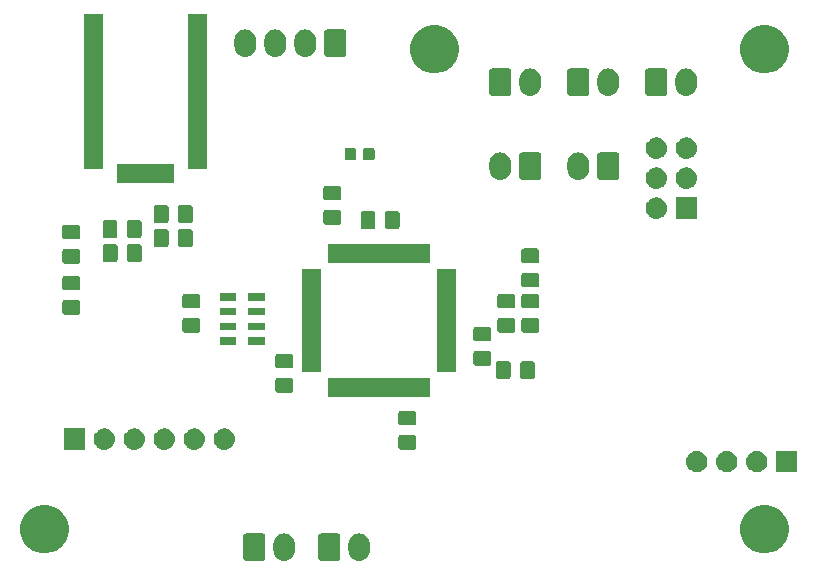
<source format=gts>
%TF.GenerationSoftware,KiCad,Pcbnew,5.0.1*%
%TF.CreationDate,2019-02-04T17:12:45-06:00*%
%TF.ProjectId,RDP-Environmental,5244502D456E7669726F6E6D656E7461,01*%
%TF.SameCoordinates,Original*%
%TF.FileFunction,Soldermask,Top*%
%TF.FilePolarity,Negative*%
%FSLAX46Y46*%
G04 Gerber Fmt 4.6, Leading zero omitted, Abs format (unit mm)*
G04 Created by KiCad (PCBNEW 5.0.1) date Mon 04 Feb 2019 05:12:45 PM CST*
%MOMM*%
%LPD*%
G01*
G04 APERTURE LIST*
%ADD10C,0.100000*%
G04 APERTURE END LIST*
D10*
G36*
X48440547Y-66426326D02*
X48556286Y-66461435D01*
X48614157Y-66478990D01*
X48635718Y-66490515D01*
X48774155Y-66564511D01*
X48914396Y-66679604D01*
X49029489Y-66819844D01*
X49069298Y-66894321D01*
X49115010Y-66979842D01*
X49124617Y-67011513D01*
X49167674Y-67153452D01*
X49181000Y-67288756D01*
X49181000Y-67839243D01*
X49167674Y-67974548D01*
X49115010Y-68148157D01*
X49029489Y-68308156D01*
X48914396Y-68448396D01*
X48774156Y-68563489D01*
X48755314Y-68573560D01*
X48614158Y-68649010D01*
X48567551Y-68663148D01*
X48440548Y-68701674D01*
X48260000Y-68719456D01*
X48079453Y-68701674D01*
X47952450Y-68663148D01*
X47905843Y-68649010D01*
X47764687Y-68573560D01*
X47745845Y-68563489D01*
X47605605Y-68448396D01*
X47490512Y-68308156D01*
X47450703Y-68233680D01*
X47404990Y-68148158D01*
X47387435Y-68090287D01*
X47352326Y-67974548D01*
X47339000Y-67839244D01*
X47339000Y-67288757D01*
X47352326Y-67153453D01*
X47404990Y-66979844D01*
X47404990Y-66979843D01*
X47436183Y-66921486D01*
X47490511Y-66819845D01*
X47605604Y-66679604D01*
X47745844Y-66564511D01*
X47882685Y-66491368D01*
X47905842Y-66478990D01*
X47963713Y-66461435D01*
X48079452Y-66426326D01*
X48260000Y-66408544D01*
X48440547Y-66426326D01*
X48440547Y-66426326D01*
G37*
G36*
X54790547Y-66426326D02*
X54906286Y-66461435D01*
X54964157Y-66478990D01*
X54985718Y-66490515D01*
X55124155Y-66564511D01*
X55264396Y-66679604D01*
X55379489Y-66819844D01*
X55419298Y-66894321D01*
X55465010Y-66979842D01*
X55474617Y-67011513D01*
X55517674Y-67153452D01*
X55531000Y-67288756D01*
X55531000Y-67839243D01*
X55517674Y-67974548D01*
X55465010Y-68148157D01*
X55379489Y-68308156D01*
X55264396Y-68448396D01*
X55124156Y-68563489D01*
X55105314Y-68573560D01*
X54964158Y-68649010D01*
X54917551Y-68663148D01*
X54790548Y-68701674D01*
X54610000Y-68719456D01*
X54429453Y-68701674D01*
X54302450Y-68663148D01*
X54255843Y-68649010D01*
X54114687Y-68573560D01*
X54095845Y-68563489D01*
X53955605Y-68448396D01*
X53840512Y-68308156D01*
X53800703Y-68233680D01*
X53754990Y-68148158D01*
X53737435Y-68090287D01*
X53702326Y-67974548D01*
X53689000Y-67839244D01*
X53689000Y-67288757D01*
X53702326Y-67153453D01*
X53754990Y-66979844D01*
X53754990Y-66979843D01*
X53786183Y-66921486D01*
X53840511Y-66819845D01*
X53955604Y-66679604D01*
X54095844Y-66564511D01*
X54232685Y-66491368D01*
X54255842Y-66478990D01*
X54313713Y-66461435D01*
X54429452Y-66426326D01*
X54610000Y-66408544D01*
X54790547Y-66426326D01*
X54790547Y-66426326D01*
G37*
G36*
X46499560Y-66416966D02*
X46532383Y-66426923D01*
X46562632Y-66443092D01*
X46589148Y-66464852D01*
X46610908Y-66491368D01*
X46627077Y-66521617D01*
X46637034Y-66554440D01*
X46641000Y-66594712D01*
X46641000Y-68533288D01*
X46637034Y-68573560D01*
X46627077Y-68606383D01*
X46610908Y-68636632D01*
X46589148Y-68663148D01*
X46562632Y-68684908D01*
X46532383Y-68701077D01*
X46499560Y-68711034D01*
X46459288Y-68715000D01*
X44980712Y-68715000D01*
X44940440Y-68711034D01*
X44907617Y-68701077D01*
X44877368Y-68684908D01*
X44850852Y-68663148D01*
X44829092Y-68636632D01*
X44812923Y-68606383D01*
X44802966Y-68573560D01*
X44799000Y-68533288D01*
X44799000Y-66594712D01*
X44802966Y-66554440D01*
X44812923Y-66521617D01*
X44829092Y-66491368D01*
X44850852Y-66464852D01*
X44877368Y-66443092D01*
X44907617Y-66426923D01*
X44940440Y-66416966D01*
X44980712Y-66413000D01*
X46459288Y-66413000D01*
X46499560Y-66416966D01*
X46499560Y-66416966D01*
G37*
G36*
X52849560Y-66416966D02*
X52882383Y-66426923D01*
X52912632Y-66443092D01*
X52939148Y-66464852D01*
X52960908Y-66491368D01*
X52977077Y-66521617D01*
X52987034Y-66554440D01*
X52991000Y-66594712D01*
X52991000Y-68533288D01*
X52987034Y-68573560D01*
X52977077Y-68606383D01*
X52960908Y-68636632D01*
X52939148Y-68663148D01*
X52912632Y-68684908D01*
X52882383Y-68701077D01*
X52849560Y-68711034D01*
X52809288Y-68715000D01*
X51330712Y-68715000D01*
X51290440Y-68711034D01*
X51257617Y-68701077D01*
X51227368Y-68684908D01*
X51200852Y-68663148D01*
X51179092Y-68636632D01*
X51162923Y-68606383D01*
X51152966Y-68573560D01*
X51149000Y-68533288D01*
X51149000Y-66594712D01*
X51152966Y-66554440D01*
X51162923Y-66521617D01*
X51179092Y-66491368D01*
X51200852Y-66464852D01*
X51227368Y-66443092D01*
X51257617Y-66426923D01*
X51290440Y-66416966D01*
X51330712Y-66413000D01*
X52809288Y-66413000D01*
X52849560Y-66416966D01*
X52849560Y-66416966D01*
G37*
G36*
X28538252Y-64067818D02*
X28538254Y-64067819D01*
X28538255Y-64067819D01*
X28911513Y-64222427D01*
X28911514Y-64222428D01*
X29247439Y-64446886D01*
X29533114Y-64732561D01*
X29533116Y-64732564D01*
X29757573Y-65068487D01*
X29912181Y-65441745D01*
X29912182Y-65441748D01*
X29991000Y-65837993D01*
X29991000Y-66242007D01*
X29920843Y-66594712D01*
X29912181Y-66638255D01*
X29757573Y-67011513D01*
X29662731Y-67153454D01*
X29533114Y-67347439D01*
X29247439Y-67633114D01*
X29247436Y-67633116D01*
X28911513Y-67857573D01*
X28538255Y-68012181D01*
X28538254Y-68012181D01*
X28538252Y-68012182D01*
X28142007Y-68091000D01*
X27737993Y-68091000D01*
X27341748Y-68012182D01*
X27341746Y-68012181D01*
X27341745Y-68012181D01*
X26968487Y-67857573D01*
X26632564Y-67633116D01*
X26632561Y-67633114D01*
X26346886Y-67347439D01*
X26217269Y-67153454D01*
X26122427Y-67011513D01*
X25967819Y-66638255D01*
X25959158Y-66594712D01*
X25889000Y-66242007D01*
X25889000Y-65837993D01*
X25967818Y-65441748D01*
X25967819Y-65441745D01*
X26122427Y-65068487D01*
X26346884Y-64732564D01*
X26346886Y-64732561D01*
X26632561Y-64446886D01*
X26968486Y-64222428D01*
X26968487Y-64222427D01*
X27341745Y-64067819D01*
X27341746Y-64067819D01*
X27341748Y-64067818D01*
X27737993Y-63989000D01*
X28142007Y-63989000D01*
X28538252Y-64067818D01*
X28538252Y-64067818D01*
G37*
G36*
X89498252Y-64067818D02*
X89498254Y-64067819D01*
X89498255Y-64067819D01*
X89871513Y-64222427D01*
X89871514Y-64222428D01*
X90207439Y-64446886D01*
X90493114Y-64732561D01*
X90493116Y-64732564D01*
X90717573Y-65068487D01*
X90872181Y-65441745D01*
X90872182Y-65441748D01*
X90951000Y-65837993D01*
X90951000Y-66242007D01*
X90880843Y-66594712D01*
X90872181Y-66638255D01*
X90717573Y-67011513D01*
X90622731Y-67153454D01*
X90493114Y-67347439D01*
X90207439Y-67633114D01*
X90207436Y-67633116D01*
X89871513Y-67857573D01*
X89498255Y-68012181D01*
X89498254Y-68012181D01*
X89498252Y-68012182D01*
X89102007Y-68091000D01*
X88697993Y-68091000D01*
X88301748Y-68012182D01*
X88301746Y-68012181D01*
X88301745Y-68012181D01*
X87928487Y-67857573D01*
X87592564Y-67633116D01*
X87592561Y-67633114D01*
X87306886Y-67347439D01*
X87177269Y-67153454D01*
X87082427Y-67011513D01*
X86927819Y-66638255D01*
X86919158Y-66594712D01*
X86849000Y-66242007D01*
X86849000Y-65837993D01*
X86927818Y-65441748D01*
X86927819Y-65441745D01*
X87082427Y-65068487D01*
X87306884Y-64732564D01*
X87306886Y-64732561D01*
X87592561Y-64446886D01*
X87928486Y-64222428D01*
X87928487Y-64222427D01*
X88301745Y-64067819D01*
X88301746Y-64067819D01*
X88301748Y-64067818D01*
X88697993Y-63989000D01*
X89102007Y-63989000D01*
X89498252Y-64067818D01*
X89498252Y-64067818D01*
G37*
G36*
X85835442Y-59430518D02*
X85901627Y-59437037D01*
X86014853Y-59471384D01*
X86071467Y-59488557D01*
X86210087Y-59562652D01*
X86227991Y-59572222D01*
X86263729Y-59601552D01*
X86365186Y-59684814D01*
X86448448Y-59786271D01*
X86477778Y-59822009D01*
X86477779Y-59822011D01*
X86561443Y-59978533D01*
X86561443Y-59978534D01*
X86612963Y-60148373D01*
X86630359Y-60325000D01*
X86612963Y-60501627D01*
X86578616Y-60614853D01*
X86561443Y-60671467D01*
X86487348Y-60810087D01*
X86477778Y-60827991D01*
X86448448Y-60863729D01*
X86365186Y-60965186D01*
X86263729Y-61048448D01*
X86227991Y-61077778D01*
X86227989Y-61077779D01*
X86071467Y-61161443D01*
X86014853Y-61178616D01*
X85901627Y-61212963D01*
X85835442Y-61219482D01*
X85769260Y-61226000D01*
X85680740Y-61226000D01*
X85614558Y-61219482D01*
X85548373Y-61212963D01*
X85435147Y-61178616D01*
X85378533Y-61161443D01*
X85222011Y-61077779D01*
X85222009Y-61077778D01*
X85186271Y-61048448D01*
X85084814Y-60965186D01*
X85001552Y-60863729D01*
X84972222Y-60827991D01*
X84962652Y-60810087D01*
X84888557Y-60671467D01*
X84871384Y-60614853D01*
X84837037Y-60501627D01*
X84819641Y-60325000D01*
X84837037Y-60148373D01*
X84888557Y-59978534D01*
X84888557Y-59978533D01*
X84972221Y-59822011D01*
X84972222Y-59822009D01*
X85001552Y-59786271D01*
X85084814Y-59684814D01*
X85186271Y-59601552D01*
X85222009Y-59572222D01*
X85239913Y-59562652D01*
X85378533Y-59488557D01*
X85435147Y-59471384D01*
X85548373Y-59437037D01*
X85614558Y-59430518D01*
X85680740Y-59424000D01*
X85769260Y-59424000D01*
X85835442Y-59430518D01*
X85835442Y-59430518D01*
G37*
G36*
X91706000Y-61226000D02*
X89904000Y-61226000D01*
X89904000Y-59424000D01*
X91706000Y-59424000D01*
X91706000Y-61226000D01*
X91706000Y-61226000D01*
G37*
G36*
X88375442Y-59430518D02*
X88441627Y-59437037D01*
X88554853Y-59471384D01*
X88611467Y-59488557D01*
X88750087Y-59562652D01*
X88767991Y-59572222D01*
X88803729Y-59601552D01*
X88905186Y-59684814D01*
X88988448Y-59786271D01*
X89017778Y-59822009D01*
X89017779Y-59822011D01*
X89101443Y-59978533D01*
X89101443Y-59978534D01*
X89152963Y-60148373D01*
X89170359Y-60325000D01*
X89152963Y-60501627D01*
X89118616Y-60614853D01*
X89101443Y-60671467D01*
X89027348Y-60810087D01*
X89017778Y-60827991D01*
X88988448Y-60863729D01*
X88905186Y-60965186D01*
X88803729Y-61048448D01*
X88767991Y-61077778D01*
X88767989Y-61077779D01*
X88611467Y-61161443D01*
X88554853Y-61178616D01*
X88441627Y-61212963D01*
X88375442Y-61219482D01*
X88309260Y-61226000D01*
X88220740Y-61226000D01*
X88154558Y-61219482D01*
X88088373Y-61212963D01*
X87975147Y-61178616D01*
X87918533Y-61161443D01*
X87762011Y-61077779D01*
X87762009Y-61077778D01*
X87726271Y-61048448D01*
X87624814Y-60965186D01*
X87541552Y-60863729D01*
X87512222Y-60827991D01*
X87502652Y-60810087D01*
X87428557Y-60671467D01*
X87411384Y-60614853D01*
X87377037Y-60501627D01*
X87359641Y-60325000D01*
X87377037Y-60148373D01*
X87428557Y-59978534D01*
X87428557Y-59978533D01*
X87512221Y-59822011D01*
X87512222Y-59822009D01*
X87541552Y-59786271D01*
X87624814Y-59684814D01*
X87726271Y-59601552D01*
X87762009Y-59572222D01*
X87779913Y-59562652D01*
X87918533Y-59488557D01*
X87975147Y-59471384D01*
X88088373Y-59437037D01*
X88154558Y-59430518D01*
X88220740Y-59424000D01*
X88309260Y-59424000D01*
X88375442Y-59430518D01*
X88375442Y-59430518D01*
G37*
G36*
X83295442Y-59430518D02*
X83361627Y-59437037D01*
X83474853Y-59471384D01*
X83531467Y-59488557D01*
X83670087Y-59562652D01*
X83687991Y-59572222D01*
X83723729Y-59601552D01*
X83825186Y-59684814D01*
X83908448Y-59786271D01*
X83937778Y-59822009D01*
X83937779Y-59822011D01*
X84021443Y-59978533D01*
X84021443Y-59978534D01*
X84072963Y-60148373D01*
X84090359Y-60325000D01*
X84072963Y-60501627D01*
X84038616Y-60614853D01*
X84021443Y-60671467D01*
X83947348Y-60810087D01*
X83937778Y-60827991D01*
X83908448Y-60863729D01*
X83825186Y-60965186D01*
X83723729Y-61048448D01*
X83687991Y-61077778D01*
X83687989Y-61077779D01*
X83531467Y-61161443D01*
X83474853Y-61178616D01*
X83361627Y-61212963D01*
X83295442Y-61219482D01*
X83229260Y-61226000D01*
X83140740Y-61226000D01*
X83074558Y-61219482D01*
X83008373Y-61212963D01*
X82895147Y-61178616D01*
X82838533Y-61161443D01*
X82682011Y-61077779D01*
X82682009Y-61077778D01*
X82646271Y-61048448D01*
X82544814Y-60965186D01*
X82461552Y-60863729D01*
X82432222Y-60827991D01*
X82422652Y-60810087D01*
X82348557Y-60671467D01*
X82331384Y-60614853D01*
X82297037Y-60501627D01*
X82279641Y-60325000D01*
X82297037Y-60148373D01*
X82348557Y-59978534D01*
X82348557Y-59978533D01*
X82432221Y-59822011D01*
X82432222Y-59822009D01*
X82461552Y-59786271D01*
X82544814Y-59684814D01*
X82646271Y-59601552D01*
X82682009Y-59572222D01*
X82699913Y-59562652D01*
X82838533Y-59488557D01*
X82895147Y-59471384D01*
X83008373Y-59437037D01*
X83074558Y-59430518D01*
X83140740Y-59424000D01*
X83229260Y-59424000D01*
X83295442Y-59430518D01*
X83295442Y-59430518D01*
G37*
G36*
X35670443Y-57525519D02*
X35736627Y-57532037D01*
X35849853Y-57566384D01*
X35906467Y-57583557D01*
X36045087Y-57657652D01*
X36062991Y-57667222D01*
X36098729Y-57696552D01*
X36200186Y-57779814D01*
X36283448Y-57881271D01*
X36312778Y-57917009D01*
X36312779Y-57917011D01*
X36396443Y-58073533D01*
X36404613Y-58100466D01*
X36447963Y-58243373D01*
X36465359Y-58420000D01*
X36447963Y-58596627D01*
X36413616Y-58709853D01*
X36396443Y-58766467D01*
X36322348Y-58905087D01*
X36312778Y-58922991D01*
X36283448Y-58958729D01*
X36200186Y-59060186D01*
X36139073Y-59110339D01*
X36062991Y-59172778D01*
X36062989Y-59172779D01*
X35906467Y-59256443D01*
X35849853Y-59273616D01*
X35736627Y-59307963D01*
X35670442Y-59314482D01*
X35604260Y-59321000D01*
X35515740Y-59321000D01*
X35449558Y-59314482D01*
X35383373Y-59307963D01*
X35270147Y-59273616D01*
X35213533Y-59256443D01*
X35057011Y-59172779D01*
X35057009Y-59172778D01*
X34980927Y-59110339D01*
X34919814Y-59060186D01*
X34836552Y-58958729D01*
X34807222Y-58922991D01*
X34797652Y-58905087D01*
X34723557Y-58766467D01*
X34706384Y-58709853D01*
X34672037Y-58596627D01*
X34654641Y-58420000D01*
X34672037Y-58243373D01*
X34715387Y-58100466D01*
X34723557Y-58073533D01*
X34807221Y-57917011D01*
X34807222Y-57917009D01*
X34836552Y-57881271D01*
X34919814Y-57779814D01*
X35021271Y-57696552D01*
X35057009Y-57667222D01*
X35074913Y-57657652D01*
X35213533Y-57583557D01*
X35270147Y-57566384D01*
X35383373Y-57532037D01*
X35449557Y-57525519D01*
X35515740Y-57519000D01*
X35604260Y-57519000D01*
X35670443Y-57525519D01*
X35670443Y-57525519D01*
G37*
G36*
X31381000Y-59321000D02*
X29579000Y-59321000D01*
X29579000Y-57519000D01*
X31381000Y-57519000D01*
X31381000Y-59321000D01*
X31381000Y-59321000D01*
G37*
G36*
X33130443Y-57525519D02*
X33196627Y-57532037D01*
X33309853Y-57566384D01*
X33366467Y-57583557D01*
X33505087Y-57657652D01*
X33522991Y-57667222D01*
X33558729Y-57696552D01*
X33660186Y-57779814D01*
X33743448Y-57881271D01*
X33772778Y-57917009D01*
X33772779Y-57917011D01*
X33856443Y-58073533D01*
X33864613Y-58100466D01*
X33907963Y-58243373D01*
X33925359Y-58420000D01*
X33907963Y-58596627D01*
X33873616Y-58709853D01*
X33856443Y-58766467D01*
X33782348Y-58905087D01*
X33772778Y-58922991D01*
X33743448Y-58958729D01*
X33660186Y-59060186D01*
X33599073Y-59110339D01*
X33522991Y-59172778D01*
X33522989Y-59172779D01*
X33366467Y-59256443D01*
X33309853Y-59273616D01*
X33196627Y-59307963D01*
X33130442Y-59314482D01*
X33064260Y-59321000D01*
X32975740Y-59321000D01*
X32909558Y-59314482D01*
X32843373Y-59307963D01*
X32730147Y-59273616D01*
X32673533Y-59256443D01*
X32517011Y-59172779D01*
X32517009Y-59172778D01*
X32440927Y-59110339D01*
X32379814Y-59060186D01*
X32296552Y-58958729D01*
X32267222Y-58922991D01*
X32257652Y-58905087D01*
X32183557Y-58766467D01*
X32166384Y-58709853D01*
X32132037Y-58596627D01*
X32114641Y-58420000D01*
X32132037Y-58243373D01*
X32175387Y-58100466D01*
X32183557Y-58073533D01*
X32267221Y-57917011D01*
X32267222Y-57917009D01*
X32296552Y-57881271D01*
X32379814Y-57779814D01*
X32481271Y-57696552D01*
X32517009Y-57667222D01*
X32534913Y-57657652D01*
X32673533Y-57583557D01*
X32730147Y-57566384D01*
X32843373Y-57532037D01*
X32909557Y-57525519D01*
X32975740Y-57519000D01*
X33064260Y-57519000D01*
X33130443Y-57525519D01*
X33130443Y-57525519D01*
G37*
G36*
X38210443Y-57525519D02*
X38276627Y-57532037D01*
X38389853Y-57566384D01*
X38446467Y-57583557D01*
X38585087Y-57657652D01*
X38602991Y-57667222D01*
X38638729Y-57696552D01*
X38740186Y-57779814D01*
X38823448Y-57881271D01*
X38852778Y-57917009D01*
X38852779Y-57917011D01*
X38936443Y-58073533D01*
X38944613Y-58100466D01*
X38987963Y-58243373D01*
X39005359Y-58420000D01*
X38987963Y-58596627D01*
X38953616Y-58709853D01*
X38936443Y-58766467D01*
X38862348Y-58905087D01*
X38852778Y-58922991D01*
X38823448Y-58958729D01*
X38740186Y-59060186D01*
X38679073Y-59110339D01*
X38602991Y-59172778D01*
X38602989Y-59172779D01*
X38446467Y-59256443D01*
X38389853Y-59273616D01*
X38276627Y-59307963D01*
X38210442Y-59314482D01*
X38144260Y-59321000D01*
X38055740Y-59321000D01*
X37989558Y-59314482D01*
X37923373Y-59307963D01*
X37810147Y-59273616D01*
X37753533Y-59256443D01*
X37597011Y-59172779D01*
X37597009Y-59172778D01*
X37520927Y-59110339D01*
X37459814Y-59060186D01*
X37376552Y-58958729D01*
X37347222Y-58922991D01*
X37337652Y-58905087D01*
X37263557Y-58766467D01*
X37246384Y-58709853D01*
X37212037Y-58596627D01*
X37194641Y-58420000D01*
X37212037Y-58243373D01*
X37255387Y-58100466D01*
X37263557Y-58073533D01*
X37347221Y-57917011D01*
X37347222Y-57917009D01*
X37376552Y-57881271D01*
X37459814Y-57779814D01*
X37561271Y-57696552D01*
X37597009Y-57667222D01*
X37614913Y-57657652D01*
X37753533Y-57583557D01*
X37810147Y-57566384D01*
X37923373Y-57532037D01*
X37989557Y-57525519D01*
X38055740Y-57519000D01*
X38144260Y-57519000D01*
X38210443Y-57525519D01*
X38210443Y-57525519D01*
G37*
G36*
X43290443Y-57525519D02*
X43356627Y-57532037D01*
X43469853Y-57566384D01*
X43526467Y-57583557D01*
X43665087Y-57657652D01*
X43682991Y-57667222D01*
X43718729Y-57696552D01*
X43820186Y-57779814D01*
X43903448Y-57881271D01*
X43932778Y-57917009D01*
X43932779Y-57917011D01*
X44016443Y-58073533D01*
X44024613Y-58100466D01*
X44067963Y-58243373D01*
X44085359Y-58420000D01*
X44067963Y-58596627D01*
X44033616Y-58709853D01*
X44016443Y-58766467D01*
X43942348Y-58905087D01*
X43932778Y-58922991D01*
X43903448Y-58958729D01*
X43820186Y-59060186D01*
X43759073Y-59110339D01*
X43682991Y-59172778D01*
X43682989Y-59172779D01*
X43526467Y-59256443D01*
X43469853Y-59273616D01*
X43356627Y-59307963D01*
X43290442Y-59314482D01*
X43224260Y-59321000D01*
X43135740Y-59321000D01*
X43069558Y-59314482D01*
X43003373Y-59307963D01*
X42890147Y-59273616D01*
X42833533Y-59256443D01*
X42677011Y-59172779D01*
X42677009Y-59172778D01*
X42600927Y-59110339D01*
X42539814Y-59060186D01*
X42456552Y-58958729D01*
X42427222Y-58922991D01*
X42417652Y-58905087D01*
X42343557Y-58766467D01*
X42326384Y-58709853D01*
X42292037Y-58596627D01*
X42274641Y-58420000D01*
X42292037Y-58243373D01*
X42335387Y-58100466D01*
X42343557Y-58073533D01*
X42427221Y-57917011D01*
X42427222Y-57917009D01*
X42456552Y-57881271D01*
X42539814Y-57779814D01*
X42641271Y-57696552D01*
X42677009Y-57667222D01*
X42694913Y-57657652D01*
X42833533Y-57583557D01*
X42890147Y-57566384D01*
X43003373Y-57532037D01*
X43069557Y-57525519D01*
X43135740Y-57519000D01*
X43224260Y-57519000D01*
X43290443Y-57525519D01*
X43290443Y-57525519D01*
G37*
G36*
X40750443Y-57525519D02*
X40816627Y-57532037D01*
X40929853Y-57566384D01*
X40986467Y-57583557D01*
X41125087Y-57657652D01*
X41142991Y-57667222D01*
X41178729Y-57696552D01*
X41280186Y-57779814D01*
X41363448Y-57881271D01*
X41392778Y-57917009D01*
X41392779Y-57917011D01*
X41476443Y-58073533D01*
X41484613Y-58100466D01*
X41527963Y-58243373D01*
X41545359Y-58420000D01*
X41527963Y-58596627D01*
X41493616Y-58709853D01*
X41476443Y-58766467D01*
X41402348Y-58905087D01*
X41392778Y-58922991D01*
X41363448Y-58958729D01*
X41280186Y-59060186D01*
X41219073Y-59110339D01*
X41142991Y-59172778D01*
X41142989Y-59172779D01*
X40986467Y-59256443D01*
X40929853Y-59273616D01*
X40816627Y-59307963D01*
X40750442Y-59314482D01*
X40684260Y-59321000D01*
X40595740Y-59321000D01*
X40529558Y-59314482D01*
X40463373Y-59307963D01*
X40350147Y-59273616D01*
X40293533Y-59256443D01*
X40137011Y-59172779D01*
X40137009Y-59172778D01*
X40060927Y-59110339D01*
X39999814Y-59060186D01*
X39916552Y-58958729D01*
X39887222Y-58922991D01*
X39877652Y-58905087D01*
X39803557Y-58766467D01*
X39786384Y-58709853D01*
X39752037Y-58596627D01*
X39734641Y-58420000D01*
X39752037Y-58243373D01*
X39795387Y-58100466D01*
X39803557Y-58073533D01*
X39887221Y-57917011D01*
X39887222Y-57917009D01*
X39916552Y-57881271D01*
X39999814Y-57779814D01*
X40101271Y-57696552D01*
X40137009Y-57667222D01*
X40154913Y-57657652D01*
X40293533Y-57583557D01*
X40350147Y-57566384D01*
X40463373Y-57532037D01*
X40529557Y-57525519D01*
X40595740Y-57519000D01*
X40684260Y-57519000D01*
X40750443Y-57525519D01*
X40750443Y-57525519D01*
G37*
G36*
X59262677Y-58070465D02*
X59300364Y-58081898D01*
X59335103Y-58100466D01*
X59365548Y-58125452D01*
X59390534Y-58155897D01*
X59409102Y-58190636D01*
X59420535Y-58228323D01*
X59425000Y-58273661D01*
X59425000Y-59110339D01*
X59420535Y-59155677D01*
X59409102Y-59193364D01*
X59390534Y-59228103D01*
X59365548Y-59258548D01*
X59335103Y-59283534D01*
X59300364Y-59302102D01*
X59262677Y-59313535D01*
X59217339Y-59318000D01*
X58130661Y-59318000D01*
X58085323Y-59313535D01*
X58047636Y-59302102D01*
X58012897Y-59283534D01*
X57982452Y-59258548D01*
X57957466Y-59228103D01*
X57938898Y-59193364D01*
X57927465Y-59155677D01*
X57923000Y-59110339D01*
X57923000Y-58273661D01*
X57927465Y-58228323D01*
X57938898Y-58190636D01*
X57957466Y-58155897D01*
X57982452Y-58125452D01*
X58012897Y-58100466D01*
X58047636Y-58081898D01*
X58085323Y-58070465D01*
X58130661Y-58066000D01*
X59217339Y-58066000D01*
X59262677Y-58070465D01*
X59262677Y-58070465D01*
G37*
G36*
X59262677Y-56020465D02*
X59300364Y-56031898D01*
X59335103Y-56050466D01*
X59365548Y-56075452D01*
X59390534Y-56105897D01*
X59409102Y-56140636D01*
X59420535Y-56178323D01*
X59425000Y-56223661D01*
X59425000Y-57060339D01*
X59420535Y-57105677D01*
X59409102Y-57143364D01*
X59390534Y-57178103D01*
X59365548Y-57208548D01*
X59335103Y-57233534D01*
X59300364Y-57252102D01*
X59262677Y-57263535D01*
X59217339Y-57268000D01*
X58130661Y-57268000D01*
X58085323Y-57263535D01*
X58047636Y-57252102D01*
X58012897Y-57233534D01*
X57982452Y-57208548D01*
X57957466Y-57178103D01*
X57938898Y-57143364D01*
X57927465Y-57105677D01*
X57923000Y-57060339D01*
X57923000Y-56223661D01*
X57927465Y-56178323D01*
X57938898Y-56140636D01*
X57957466Y-56105897D01*
X57982452Y-56075452D01*
X58012897Y-56050466D01*
X58047636Y-56031898D01*
X58085323Y-56020465D01*
X58130661Y-56016000D01*
X59217339Y-56016000D01*
X59262677Y-56020465D01*
X59262677Y-56020465D01*
G37*
G36*
X60602000Y-54875000D02*
X51950000Y-54875000D01*
X51950000Y-53273000D01*
X60602000Y-53273000D01*
X60602000Y-54875000D01*
X60602000Y-54875000D01*
G37*
G36*
X48848677Y-53244465D02*
X48886364Y-53255898D01*
X48921103Y-53274466D01*
X48951548Y-53299452D01*
X48976534Y-53329897D01*
X48995102Y-53364636D01*
X49006535Y-53402323D01*
X49011000Y-53447661D01*
X49011000Y-54284339D01*
X49006535Y-54329677D01*
X48995102Y-54367364D01*
X48976534Y-54402103D01*
X48951548Y-54432548D01*
X48921103Y-54457534D01*
X48886364Y-54476102D01*
X48848677Y-54487535D01*
X48803339Y-54492000D01*
X47716661Y-54492000D01*
X47671323Y-54487535D01*
X47633636Y-54476102D01*
X47598897Y-54457534D01*
X47568452Y-54432548D01*
X47543466Y-54402103D01*
X47524898Y-54367364D01*
X47513465Y-54329677D01*
X47509000Y-54284339D01*
X47509000Y-53447661D01*
X47513465Y-53402323D01*
X47524898Y-53364636D01*
X47543466Y-53329897D01*
X47568452Y-53299452D01*
X47598897Y-53274466D01*
X47633636Y-53255898D01*
X47671323Y-53244465D01*
X47716661Y-53240000D01*
X48803339Y-53240000D01*
X48848677Y-53244465D01*
X48848677Y-53244465D01*
G37*
G36*
X69315677Y-51831465D02*
X69353364Y-51842898D01*
X69388103Y-51861466D01*
X69418548Y-51886452D01*
X69443534Y-51916897D01*
X69462102Y-51951636D01*
X69473535Y-51989323D01*
X69478000Y-52034661D01*
X69478000Y-53121339D01*
X69473535Y-53166677D01*
X69462102Y-53204364D01*
X69443534Y-53239103D01*
X69418548Y-53269548D01*
X69388103Y-53294534D01*
X69353364Y-53313102D01*
X69315677Y-53324535D01*
X69270339Y-53329000D01*
X68433661Y-53329000D01*
X68388323Y-53324535D01*
X68350636Y-53313102D01*
X68315897Y-53294534D01*
X68285452Y-53269548D01*
X68260466Y-53239103D01*
X68241898Y-53204364D01*
X68230465Y-53166677D01*
X68226000Y-53121339D01*
X68226000Y-52034661D01*
X68230465Y-51989323D01*
X68241898Y-51951636D01*
X68260466Y-51916897D01*
X68285452Y-51886452D01*
X68315897Y-51861466D01*
X68350636Y-51842898D01*
X68388323Y-51831465D01*
X68433661Y-51827000D01*
X69270339Y-51827000D01*
X69315677Y-51831465D01*
X69315677Y-51831465D01*
G37*
G36*
X67265677Y-51831465D02*
X67303364Y-51842898D01*
X67338103Y-51861466D01*
X67368548Y-51886452D01*
X67393534Y-51916897D01*
X67412102Y-51951636D01*
X67423535Y-51989323D01*
X67428000Y-52034661D01*
X67428000Y-53121339D01*
X67423535Y-53166677D01*
X67412102Y-53204364D01*
X67393534Y-53239103D01*
X67368548Y-53269548D01*
X67338103Y-53294534D01*
X67303364Y-53313102D01*
X67265677Y-53324535D01*
X67220339Y-53329000D01*
X66383661Y-53329000D01*
X66338323Y-53324535D01*
X66300636Y-53313102D01*
X66265897Y-53294534D01*
X66235452Y-53269548D01*
X66210466Y-53239103D01*
X66191898Y-53204364D01*
X66180465Y-53166677D01*
X66176000Y-53121339D01*
X66176000Y-52034661D01*
X66180465Y-51989323D01*
X66191898Y-51951636D01*
X66210466Y-51916897D01*
X66235452Y-51886452D01*
X66265897Y-51861466D01*
X66300636Y-51842898D01*
X66338323Y-51831465D01*
X66383661Y-51827000D01*
X67220339Y-51827000D01*
X67265677Y-51831465D01*
X67265677Y-51831465D01*
G37*
G36*
X62777000Y-52700000D02*
X61175000Y-52700000D01*
X61175000Y-44048000D01*
X62777000Y-44048000D01*
X62777000Y-52700000D01*
X62777000Y-52700000D01*
G37*
G36*
X51377000Y-52700000D02*
X49775000Y-52700000D01*
X49775000Y-44048000D01*
X51377000Y-44048000D01*
X51377000Y-52700000D01*
X51377000Y-52700000D01*
G37*
G36*
X48848677Y-51194465D02*
X48886364Y-51205898D01*
X48921103Y-51224466D01*
X48951548Y-51249452D01*
X48976534Y-51279897D01*
X48995102Y-51314636D01*
X49006535Y-51352323D01*
X49011000Y-51397661D01*
X49011000Y-52234339D01*
X49006535Y-52279677D01*
X48995102Y-52317364D01*
X48976534Y-52352103D01*
X48951548Y-52382548D01*
X48921103Y-52407534D01*
X48886364Y-52426102D01*
X48848677Y-52437535D01*
X48803339Y-52442000D01*
X47716661Y-52442000D01*
X47671323Y-52437535D01*
X47633636Y-52426102D01*
X47598897Y-52407534D01*
X47568452Y-52382548D01*
X47543466Y-52352103D01*
X47524898Y-52317364D01*
X47513465Y-52279677D01*
X47509000Y-52234339D01*
X47509000Y-51397661D01*
X47513465Y-51352323D01*
X47524898Y-51314636D01*
X47543466Y-51279897D01*
X47568452Y-51249452D01*
X47598897Y-51224466D01*
X47633636Y-51205898D01*
X47671323Y-51194465D01*
X47716661Y-51190000D01*
X48803339Y-51190000D01*
X48848677Y-51194465D01*
X48848677Y-51194465D01*
G37*
G36*
X65612677Y-50958465D02*
X65650364Y-50969898D01*
X65685103Y-50988466D01*
X65715548Y-51013452D01*
X65740534Y-51043897D01*
X65759102Y-51078636D01*
X65770535Y-51116323D01*
X65775000Y-51161661D01*
X65775000Y-51998339D01*
X65770535Y-52043677D01*
X65759102Y-52081364D01*
X65740534Y-52116103D01*
X65715548Y-52146548D01*
X65685103Y-52171534D01*
X65650364Y-52190102D01*
X65612677Y-52201535D01*
X65567339Y-52206000D01*
X64480661Y-52206000D01*
X64435323Y-52201535D01*
X64397636Y-52190102D01*
X64362897Y-52171534D01*
X64332452Y-52146548D01*
X64307466Y-52116103D01*
X64288898Y-52081364D01*
X64277465Y-52043677D01*
X64273000Y-51998339D01*
X64273000Y-51161661D01*
X64277465Y-51116323D01*
X64288898Y-51078636D01*
X64307466Y-51043897D01*
X64332452Y-51013452D01*
X64362897Y-50988466D01*
X64397636Y-50969898D01*
X64435323Y-50958465D01*
X64480661Y-50954000D01*
X65567339Y-50954000D01*
X65612677Y-50958465D01*
X65612677Y-50958465D01*
G37*
G36*
X44210000Y-50451000D02*
X42798000Y-50451000D01*
X42798000Y-49819000D01*
X44210000Y-49819000D01*
X44210000Y-50451000D01*
X44210000Y-50451000D01*
G37*
G36*
X46610000Y-50451000D02*
X45198000Y-50451000D01*
X45198000Y-49819000D01*
X46610000Y-49819000D01*
X46610000Y-50451000D01*
X46610000Y-50451000D01*
G37*
G36*
X65612677Y-48908465D02*
X65650364Y-48919898D01*
X65685103Y-48938466D01*
X65715548Y-48963452D01*
X65740534Y-48993897D01*
X65759102Y-49028636D01*
X65770535Y-49066323D01*
X65775000Y-49111661D01*
X65775000Y-49948339D01*
X65770535Y-49993677D01*
X65759102Y-50031364D01*
X65740534Y-50066103D01*
X65715548Y-50096548D01*
X65685103Y-50121534D01*
X65650364Y-50140102D01*
X65612677Y-50151535D01*
X65567339Y-50156000D01*
X64480661Y-50156000D01*
X64435323Y-50151535D01*
X64397636Y-50140102D01*
X64362897Y-50121534D01*
X64332452Y-50096548D01*
X64307466Y-50066103D01*
X64288898Y-50031364D01*
X64277465Y-49993677D01*
X64273000Y-49948339D01*
X64273000Y-49111661D01*
X64277465Y-49066323D01*
X64288898Y-49028636D01*
X64307466Y-48993897D01*
X64332452Y-48963452D01*
X64362897Y-48938466D01*
X64397636Y-48919898D01*
X64435323Y-48908465D01*
X64480661Y-48904000D01*
X65567339Y-48904000D01*
X65612677Y-48908465D01*
X65612677Y-48908465D01*
G37*
G36*
X69676677Y-48164465D02*
X69714364Y-48175898D01*
X69749103Y-48194466D01*
X69779548Y-48219452D01*
X69804534Y-48249897D01*
X69823102Y-48284636D01*
X69834535Y-48322323D01*
X69839000Y-48367661D01*
X69839000Y-49204339D01*
X69834535Y-49249677D01*
X69823102Y-49287364D01*
X69804534Y-49322103D01*
X69779548Y-49352548D01*
X69749103Y-49377534D01*
X69714364Y-49396102D01*
X69676677Y-49407535D01*
X69631339Y-49412000D01*
X68544661Y-49412000D01*
X68499323Y-49407535D01*
X68461636Y-49396102D01*
X68426897Y-49377534D01*
X68396452Y-49352548D01*
X68371466Y-49322103D01*
X68352898Y-49287364D01*
X68341465Y-49249677D01*
X68337000Y-49204339D01*
X68337000Y-48367661D01*
X68341465Y-48322323D01*
X68352898Y-48284636D01*
X68371466Y-48249897D01*
X68396452Y-48219452D01*
X68426897Y-48194466D01*
X68461636Y-48175898D01*
X68499323Y-48164465D01*
X68544661Y-48160000D01*
X69631339Y-48160000D01*
X69676677Y-48164465D01*
X69676677Y-48164465D01*
G37*
G36*
X40974677Y-48164465D02*
X41012364Y-48175898D01*
X41047103Y-48194466D01*
X41077548Y-48219452D01*
X41102534Y-48249897D01*
X41121102Y-48284636D01*
X41132535Y-48322323D01*
X41137000Y-48367661D01*
X41137000Y-49204339D01*
X41132535Y-49249677D01*
X41121102Y-49287364D01*
X41102534Y-49322103D01*
X41077548Y-49352548D01*
X41047103Y-49377534D01*
X41012364Y-49396102D01*
X40974677Y-49407535D01*
X40929339Y-49412000D01*
X39842661Y-49412000D01*
X39797323Y-49407535D01*
X39759636Y-49396102D01*
X39724897Y-49377534D01*
X39694452Y-49352548D01*
X39669466Y-49322103D01*
X39650898Y-49287364D01*
X39639465Y-49249677D01*
X39635000Y-49204339D01*
X39635000Y-48367661D01*
X39639465Y-48322323D01*
X39650898Y-48284636D01*
X39669466Y-48249897D01*
X39694452Y-48219452D01*
X39724897Y-48194466D01*
X39759636Y-48175898D01*
X39797323Y-48164465D01*
X39842661Y-48160000D01*
X40929339Y-48160000D01*
X40974677Y-48164465D01*
X40974677Y-48164465D01*
G37*
G36*
X67644677Y-48164465D02*
X67682364Y-48175898D01*
X67717103Y-48194466D01*
X67747548Y-48219452D01*
X67772534Y-48249897D01*
X67791102Y-48284636D01*
X67802535Y-48322323D01*
X67807000Y-48367661D01*
X67807000Y-49204339D01*
X67802535Y-49249677D01*
X67791102Y-49287364D01*
X67772534Y-49322103D01*
X67747548Y-49352548D01*
X67717103Y-49377534D01*
X67682364Y-49396102D01*
X67644677Y-49407535D01*
X67599339Y-49412000D01*
X66512661Y-49412000D01*
X66467323Y-49407535D01*
X66429636Y-49396102D01*
X66394897Y-49377534D01*
X66364452Y-49352548D01*
X66339466Y-49322103D01*
X66320898Y-49287364D01*
X66309465Y-49249677D01*
X66305000Y-49204339D01*
X66305000Y-48367661D01*
X66309465Y-48322323D01*
X66320898Y-48284636D01*
X66339466Y-48249897D01*
X66364452Y-48219452D01*
X66394897Y-48194466D01*
X66429636Y-48175898D01*
X66467323Y-48164465D01*
X66512661Y-48160000D01*
X67599339Y-48160000D01*
X67644677Y-48164465D01*
X67644677Y-48164465D01*
G37*
G36*
X46610000Y-49201000D02*
X45198000Y-49201000D01*
X45198000Y-48569000D01*
X46610000Y-48569000D01*
X46610000Y-49201000D01*
X46610000Y-49201000D01*
G37*
G36*
X44210000Y-49201000D02*
X42798000Y-49201000D01*
X42798000Y-48569000D01*
X44210000Y-48569000D01*
X44210000Y-49201000D01*
X44210000Y-49201000D01*
G37*
G36*
X46610000Y-47951000D02*
X45198000Y-47951000D01*
X45198000Y-47319000D01*
X46610000Y-47319000D01*
X46610000Y-47951000D01*
X46610000Y-47951000D01*
G37*
G36*
X44210000Y-47951000D02*
X42798000Y-47951000D01*
X42798000Y-47319000D01*
X44210000Y-47319000D01*
X44210000Y-47951000D01*
X44210000Y-47951000D01*
G37*
G36*
X30814677Y-46640465D02*
X30852364Y-46651898D01*
X30887103Y-46670466D01*
X30917548Y-46695452D01*
X30942534Y-46725897D01*
X30961102Y-46760636D01*
X30972535Y-46798323D01*
X30977000Y-46843661D01*
X30977000Y-47680339D01*
X30972535Y-47725677D01*
X30961102Y-47763364D01*
X30942534Y-47798103D01*
X30917548Y-47828548D01*
X30887103Y-47853534D01*
X30852364Y-47872102D01*
X30814677Y-47883535D01*
X30769339Y-47888000D01*
X29682661Y-47888000D01*
X29637323Y-47883535D01*
X29599636Y-47872102D01*
X29564897Y-47853534D01*
X29534452Y-47828548D01*
X29509466Y-47798103D01*
X29490898Y-47763364D01*
X29479465Y-47725677D01*
X29475000Y-47680339D01*
X29475000Y-46843661D01*
X29479465Y-46798323D01*
X29490898Y-46760636D01*
X29509466Y-46725897D01*
X29534452Y-46695452D01*
X29564897Y-46670466D01*
X29599636Y-46651898D01*
X29637323Y-46640465D01*
X29682661Y-46636000D01*
X30769339Y-46636000D01*
X30814677Y-46640465D01*
X30814677Y-46640465D01*
G37*
G36*
X40974677Y-46114465D02*
X41012364Y-46125898D01*
X41047103Y-46144466D01*
X41077548Y-46169452D01*
X41102534Y-46199897D01*
X41121102Y-46234636D01*
X41132535Y-46272323D01*
X41137000Y-46317661D01*
X41137000Y-47154339D01*
X41132535Y-47199677D01*
X41121102Y-47237364D01*
X41102534Y-47272103D01*
X41077548Y-47302548D01*
X41047103Y-47327534D01*
X41012364Y-47346102D01*
X40974677Y-47357535D01*
X40929339Y-47362000D01*
X39842661Y-47362000D01*
X39797323Y-47357535D01*
X39759636Y-47346102D01*
X39724897Y-47327534D01*
X39694452Y-47302548D01*
X39669466Y-47272103D01*
X39650898Y-47237364D01*
X39639465Y-47199677D01*
X39635000Y-47154339D01*
X39635000Y-46317661D01*
X39639465Y-46272323D01*
X39650898Y-46234636D01*
X39669466Y-46199897D01*
X39694452Y-46169452D01*
X39724897Y-46144466D01*
X39759636Y-46125898D01*
X39797323Y-46114465D01*
X39842661Y-46110000D01*
X40929339Y-46110000D01*
X40974677Y-46114465D01*
X40974677Y-46114465D01*
G37*
G36*
X67644677Y-46114465D02*
X67682364Y-46125898D01*
X67717103Y-46144466D01*
X67747548Y-46169452D01*
X67772534Y-46199897D01*
X67791102Y-46234636D01*
X67802535Y-46272323D01*
X67807000Y-46317661D01*
X67807000Y-47154339D01*
X67802535Y-47199677D01*
X67791102Y-47237364D01*
X67772534Y-47272103D01*
X67747548Y-47302548D01*
X67717103Y-47327534D01*
X67682364Y-47346102D01*
X67644677Y-47357535D01*
X67599339Y-47362000D01*
X66512661Y-47362000D01*
X66467323Y-47357535D01*
X66429636Y-47346102D01*
X66394897Y-47327534D01*
X66364452Y-47302548D01*
X66339466Y-47272103D01*
X66320898Y-47237364D01*
X66309465Y-47199677D01*
X66305000Y-47154339D01*
X66305000Y-46317661D01*
X66309465Y-46272323D01*
X66320898Y-46234636D01*
X66339466Y-46199897D01*
X66364452Y-46169452D01*
X66394897Y-46144466D01*
X66429636Y-46125898D01*
X66467323Y-46114465D01*
X66512661Y-46110000D01*
X67599339Y-46110000D01*
X67644677Y-46114465D01*
X67644677Y-46114465D01*
G37*
G36*
X69676677Y-46114465D02*
X69714364Y-46125898D01*
X69749103Y-46144466D01*
X69779548Y-46169452D01*
X69804534Y-46199897D01*
X69823102Y-46234636D01*
X69834535Y-46272323D01*
X69839000Y-46317661D01*
X69839000Y-47154339D01*
X69834535Y-47199677D01*
X69823102Y-47237364D01*
X69804534Y-47272103D01*
X69779548Y-47302548D01*
X69749103Y-47327534D01*
X69714364Y-47346102D01*
X69676677Y-47357535D01*
X69631339Y-47362000D01*
X68544661Y-47362000D01*
X68499323Y-47357535D01*
X68461636Y-47346102D01*
X68426897Y-47327534D01*
X68396452Y-47302548D01*
X68371466Y-47272103D01*
X68352898Y-47237364D01*
X68341465Y-47199677D01*
X68337000Y-47154339D01*
X68337000Y-46317661D01*
X68341465Y-46272323D01*
X68352898Y-46234636D01*
X68371466Y-46199897D01*
X68396452Y-46169452D01*
X68426897Y-46144466D01*
X68461636Y-46125898D01*
X68499323Y-46114465D01*
X68544661Y-46110000D01*
X69631339Y-46110000D01*
X69676677Y-46114465D01*
X69676677Y-46114465D01*
G37*
G36*
X44210000Y-46701000D02*
X42798000Y-46701000D01*
X42798000Y-46069000D01*
X44210000Y-46069000D01*
X44210000Y-46701000D01*
X44210000Y-46701000D01*
G37*
G36*
X46610000Y-46701000D02*
X45198000Y-46701000D01*
X45198000Y-46069000D01*
X46610000Y-46069000D01*
X46610000Y-46701000D01*
X46610000Y-46701000D01*
G37*
G36*
X30814677Y-44590465D02*
X30852364Y-44601898D01*
X30887103Y-44620466D01*
X30917548Y-44645452D01*
X30942534Y-44675897D01*
X30961102Y-44710636D01*
X30972535Y-44748323D01*
X30977000Y-44793661D01*
X30977000Y-45630339D01*
X30972535Y-45675677D01*
X30961102Y-45713364D01*
X30942534Y-45748103D01*
X30917548Y-45778548D01*
X30887103Y-45803534D01*
X30852364Y-45822102D01*
X30814677Y-45833535D01*
X30769339Y-45838000D01*
X29682661Y-45838000D01*
X29637323Y-45833535D01*
X29599636Y-45822102D01*
X29564897Y-45803534D01*
X29534452Y-45778548D01*
X29509466Y-45748103D01*
X29490898Y-45713364D01*
X29479465Y-45675677D01*
X29475000Y-45630339D01*
X29475000Y-44793661D01*
X29479465Y-44748323D01*
X29490898Y-44710636D01*
X29509466Y-44675897D01*
X29534452Y-44645452D01*
X29564897Y-44620466D01*
X29599636Y-44601898D01*
X29637323Y-44590465D01*
X29682661Y-44586000D01*
X30769339Y-44586000D01*
X30814677Y-44590465D01*
X30814677Y-44590465D01*
G37*
G36*
X69676677Y-44336465D02*
X69714364Y-44347898D01*
X69749103Y-44366466D01*
X69779548Y-44391452D01*
X69804534Y-44421897D01*
X69823102Y-44456636D01*
X69834535Y-44494323D01*
X69839000Y-44539661D01*
X69839000Y-45376339D01*
X69834535Y-45421677D01*
X69823102Y-45459364D01*
X69804534Y-45494103D01*
X69779548Y-45524548D01*
X69749103Y-45549534D01*
X69714364Y-45568102D01*
X69676677Y-45579535D01*
X69631339Y-45584000D01*
X68544661Y-45584000D01*
X68499323Y-45579535D01*
X68461636Y-45568102D01*
X68426897Y-45549534D01*
X68396452Y-45524548D01*
X68371466Y-45494103D01*
X68352898Y-45459364D01*
X68341465Y-45421677D01*
X68337000Y-45376339D01*
X68337000Y-44539661D01*
X68341465Y-44494323D01*
X68352898Y-44456636D01*
X68371466Y-44421897D01*
X68396452Y-44391452D01*
X68426897Y-44366466D01*
X68461636Y-44347898D01*
X68499323Y-44336465D01*
X68544661Y-44332000D01*
X69631339Y-44332000D01*
X69676677Y-44336465D01*
X69676677Y-44336465D01*
G37*
G36*
X30814677Y-42313465D02*
X30852364Y-42324898D01*
X30887103Y-42343466D01*
X30917548Y-42368452D01*
X30942534Y-42398897D01*
X30961102Y-42433636D01*
X30972535Y-42471323D01*
X30977000Y-42516661D01*
X30977000Y-43353339D01*
X30972535Y-43398677D01*
X30961102Y-43436364D01*
X30942534Y-43471103D01*
X30917548Y-43501548D01*
X30887103Y-43526534D01*
X30852364Y-43545102D01*
X30814677Y-43556535D01*
X30769339Y-43561000D01*
X29682661Y-43561000D01*
X29637323Y-43556535D01*
X29599636Y-43545102D01*
X29564897Y-43526534D01*
X29534452Y-43501548D01*
X29509466Y-43471103D01*
X29490898Y-43436364D01*
X29479465Y-43398677D01*
X29475000Y-43353339D01*
X29475000Y-42516661D01*
X29479465Y-42471323D01*
X29490898Y-42433636D01*
X29509466Y-42398897D01*
X29534452Y-42368452D01*
X29564897Y-42343466D01*
X29599636Y-42324898D01*
X29637323Y-42313465D01*
X29682661Y-42309000D01*
X30769339Y-42309000D01*
X30814677Y-42313465D01*
X30814677Y-42313465D01*
G37*
G36*
X69676677Y-42286465D02*
X69714364Y-42297898D01*
X69749103Y-42316466D01*
X69779548Y-42341452D01*
X69804534Y-42371897D01*
X69823102Y-42406636D01*
X69834535Y-42444323D01*
X69839000Y-42489661D01*
X69839000Y-43326339D01*
X69834535Y-43371677D01*
X69823102Y-43409364D01*
X69804534Y-43444103D01*
X69779548Y-43474548D01*
X69749103Y-43499534D01*
X69714364Y-43518102D01*
X69676677Y-43529535D01*
X69631339Y-43534000D01*
X68544661Y-43534000D01*
X68499323Y-43529535D01*
X68461636Y-43518102D01*
X68426897Y-43499534D01*
X68396452Y-43474548D01*
X68371466Y-43444103D01*
X68352898Y-43409364D01*
X68341465Y-43371677D01*
X68337000Y-43326339D01*
X68337000Y-42489661D01*
X68341465Y-42444323D01*
X68352898Y-42406636D01*
X68371466Y-42371897D01*
X68396452Y-42341452D01*
X68426897Y-42316466D01*
X68461636Y-42297898D01*
X68499323Y-42286465D01*
X68544661Y-42282000D01*
X69631339Y-42282000D01*
X69676677Y-42286465D01*
X69676677Y-42286465D01*
G37*
G36*
X60602000Y-43475000D02*
X51950000Y-43475000D01*
X51950000Y-41873000D01*
X60602000Y-41873000D01*
X60602000Y-43475000D01*
X60602000Y-43475000D01*
G37*
G36*
X33982677Y-41925465D02*
X34020364Y-41936898D01*
X34055103Y-41955466D01*
X34085548Y-41980452D01*
X34110534Y-42010897D01*
X34129102Y-42045636D01*
X34140535Y-42083323D01*
X34145000Y-42128661D01*
X34145000Y-43215339D01*
X34140535Y-43260677D01*
X34129102Y-43298364D01*
X34110534Y-43333103D01*
X34085548Y-43363548D01*
X34055103Y-43388534D01*
X34020364Y-43407102D01*
X33982677Y-43418535D01*
X33937339Y-43423000D01*
X33100661Y-43423000D01*
X33055323Y-43418535D01*
X33017636Y-43407102D01*
X32982897Y-43388534D01*
X32952452Y-43363548D01*
X32927466Y-43333103D01*
X32908898Y-43298364D01*
X32897465Y-43260677D01*
X32893000Y-43215339D01*
X32893000Y-42128661D01*
X32897465Y-42083323D01*
X32908898Y-42045636D01*
X32927466Y-42010897D01*
X32952452Y-41980452D01*
X32982897Y-41955466D01*
X33017636Y-41936898D01*
X33055323Y-41925465D01*
X33100661Y-41921000D01*
X33937339Y-41921000D01*
X33982677Y-41925465D01*
X33982677Y-41925465D01*
G37*
G36*
X36032677Y-41925465D02*
X36070364Y-41936898D01*
X36105103Y-41955466D01*
X36135548Y-41980452D01*
X36160534Y-42010897D01*
X36179102Y-42045636D01*
X36190535Y-42083323D01*
X36195000Y-42128661D01*
X36195000Y-43215339D01*
X36190535Y-43260677D01*
X36179102Y-43298364D01*
X36160534Y-43333103D01*
X36135548Y-43363548D01*
X36105103Y-43388534D01*
X36070364Y-43407102D01*
X36032677Y-43418535D01*
X35987339Y-43423000D01*
X35150661Y-43423000D01*
X35105323Y-43418535D01*
X35067636Y-43407102D01*
X35032897Y-43388534D01*
X35002452Y-43363548D01*
X34977466Y-43333103D01*
X34958898Y-43298364D01*
X34947465Y-43260677D01*
X34943000Y-43215339D01*
X34943000Y-42128661D01*
X34947465Y-42083323D01*
X34958898Y-42045636D01*
X34977466Y-42010897D01*
X35002452Y-41980452D01*
X35032897Y-41955466D01*
X35067636Y-41936898D01*
X35105323Y-41925465D01*
X35150661Y-41921000D01*
X35987339Y-41921000D01*
X36032677Y-41925465D01*
X36032677Y-41925465D01*
G37*
G36*
X40350677Y-40655465D02*
X40388364Y-40666898D01*
X40423103Y-40685466D01*
X40453548Y-40710452D01*
X40478534Y-40740897D01*
X40497102Y-40775636D01*
X40508535Y-40813323D01*
X40513000Y-40858661D01*
X40513000Y-41945339D01*
X40508535Y-41990677D01*
X40497102Y-42028364D01*
X40478534Y-42063103D01*
X40453548Y-42093548D01*
X40423103Y-42118534D01*
X40388364Y-42137102D01*
X40350677Y-42148535D01*
X40305339Y-42153000D01*
X39468661Y-42153000D01*
X39423323Y-42148535D01*
X39385636Y-42137102D01*
X39350897Y-42118534D01*
X39320452Y-42093548D01*
X39295466Y-42063103D01*
X39276898Y-42028364D01*
X39265465Y-41990677D01*
X39261000Y-41945339D01*
X39261000Y-40858661D01*
X39265465Y-40813323D01*
X39276898Y-40775636D01*
X39295466Y-40740897D01*
X39320452Y-40710452D01*
X39350897Y-40685466D01*
X39385636Y-40666898D01*
X39423323Y-40655465D01*
X39468661Y-40651000D01*
X40305339Y-40651000D01*
X40350677Y-40655465D01*
X40350677Y-40655465D01*
G37*
G36*
X38300677Y-40655465D02*
X38338364Y-40666898D01*
X38373103Y-40685466D01*
X38403548Y-40710452D01*
X38428534Y-40740897D01*
X38447102Y-40775636D01*
X38458535Y-40813323D01*
X38463000Y-40858661D01*
X38463000Y-41945339D01*
X38458535Y-41990677D01*
X38447102Y-42028364D01*
X38428534Y-42063103D01*
X38403548Y-42093548D01*
X38373103Y-42118534D01*
X38338364Y-42137102D01*
X38300677Y-42148535D01*
X38255339Y-42153000D01*
X37418661Y-42153000D01*
X37373323Y-42148535D01*
X37335636Y-42137102D01*
X37300897Y-42118534D01*
X37270452Y-42093548D01*
X37245466Y-42063103D01*
X37226898Y-42028364D01*
X37215465Y-41990677D01*
X37211000Y-41945339D01*
X37211000Y-40858661D01*
X37215465Y-40813323D01*
X37226898Y-40775636D01*
X37245466Y-40740897D01*
X37270452Y-40710452D01*
X37300897Y-40685466D01*
X37335636Y-40666898D01*
X37373323Y-40655465D01*
X37418661Y-40651000D01*
X38255339Y-40651000D01*
X38300677Y-40655465D01*
X38300677Y-40655465D01*
G37*
G36*
X30814677Y-40263465D02*
X30852364Y-40274898D01*
X30887103Y-40293466D01*
X30917548Y-40318452D01*
X30942534Y-40348897D01*
X30961102Y-40383636D01*
X30972535Y-40421323D01*
X30977000Y-40466661D01*
X30977000Y-41303339D01*
X30972535Y-41348677D01*
X30961102Y-41386364D01*
X30942534Y-41421103D01*
X30917548Y-41451548D01*
X30887103Y-41476534D01*
X30852364Y-41495102D01*
X30814677Y-41506535D01*
X30769339Y-41511000D01*
X29682661Y-41511000D01*
X29637323Y-41506535D01*
X29599636Y-41495102D01*
X29564897Y-41476534D01*
X29534452Y-41451548D01*
X29509466Y-41421103D01*
X29490898Y-41386364D01*
X29479465Y-41348677D01*
X29475000Y-41303339D01*
X29475000Y-40466661D01*
X29479465Y-40421323D01*
X29490898Y-40383636D01*
X29509466Y-40348897D01*
X29534452Y-40318452D01*
X29564897Y-40293466D01*
X29599636Y-40274898D01*
X29637323Y-40263465D01*
X29682661Y-40259000D01*
X30769339Y-40259000D01*
X30814677Y-40263465D01*
X30814677Y-40263465D01*
G37*
G36*
X33973677Y-39893465D02*
X34011364Y-39904898D01*
X34046103Y-39923466D01*
X34076548Y-39948452D01*
X34101534Y-39978897D01*
X34120102Y-40013636D01*
X34131535Y-40051323D01*
X34136000Y-40096661D01*
X34136000Y-41183339D01*
X34131535Y-41228677D01*
X34120102Y-41266364D01*
X34101534Y-41301103D01*
X34076548Y-41331548D01*
X34046103Y-41356534D01*
X34011364Y-41375102D01*
X33973677Y-41386535D01*
X33928339Y-41391000D01*
X33091661Y-41391000D01*
X33046323Y-41386535D01*
X33008636Y-41375102D01*
X32973897Y-41356534D01*
X32943452Y-41331548D01*
X32918466Y-41301103D01*
X32899898Y-41266364D01*
X32888465Y-41228677D01*
X32884000Y-41183339D01*
X32884000Y-40096661D01*
X32888465Y-40051323D01*
X32899898Y-40013636D01*
X32918466Y-39978897D01*
X32943452Y-39948452D01*
X32973897Y-39923466D01*
X33008636Y-39904898D01*
X33046323Y-39893465D01*
X33091661Y-39889000D01*
X33928339Y-39889000D01*
X33973677Y-39893465D01*
X33973677Y-39893465D01*
G37*
G36*
X36023677Y-39893465D02*
X36061364Y-39904898D01*
X36096103Y-39923466D01*
X36126548Y-39948452D01*
X36151534Y-39978897D01*
X36170102Y-40013636D01*
X36181535Y-40051323D01*
X36186000Y-40096661D01*
X36186000Y-41183339D01*
X36181535Y-41228677D01*
X36170102Y-41266364D01*
X36151534Y-41301103D01*
X36126548Y-41331548D01*
X36096103Y-41356534D01*
X36061364Y-41375102D01*
X36023677Y-41386535D01*
X35978339Y-41391000D01*
X35141661Y-41391000D01*
X35096323Y-41386535D01*
X35058636Y-41375102D01*
X35023897Y-41356534D01*
X34993452Y-41331548D01*
X34968466Y-41301103D01*
X34949898Y-41266364D01*
X34938465Y-41228677D01*
X34934000Y-41183339D01*
X34934000Y-40096661D01*
X34938465Y-40051323D01*
X34949898Y-40013636D01*
X34968466Y-39978897D01*
X34993452Y-39948452D01*
X35023897Y-39923466D01*
X35058636Y-39904898D01*
X35096323Y-39893465D01*
X35141661Y-39889000D01*
X35978339Y-39889000D01*
X36023677Y-39893465D01*
X36023677Y-39893465D01*
G37*
G36*
X55817677Y-39131465D02*
X55855364Y-39142898D01*
X55890103Y-39161466D01*
X55920548Y-39186452D01*
X55945534Y-39216897D01*
X55964102Y-39251636D01*
X55975535Y-39289323D01*
X55980000Y-39334661D01*
X55980000Y-40421339D01*
X55975535Y-40466677D01*
X55964102Y-40504364D01*
X55945534Y-40539103D01*
X55920548Y-40569548D01*
X55890103Y-40594534D01*
X55855364Y-40613102D01*
X55817677Y-40624535D01*
X55772339Y-40629000D01*
X54935661Y-40629000D01*
X54890323Y-40624535D01*
X54852636Y-40613102D01*
X54817897Y-40594534D01*
X54787452Y-40569548D01*
X54762466Y-40539103D01*
X54743898Y-40504364D01*
X54732465Y-40466677D01*
X54728000Y-40421339D01*
X54728000Y-39334661D01*
X54732465Y-39289323D01*
X54743898Y-39251636D01*
X54762466Y-39216897D01*
X54787452Y-39186452D01*
X54817897Y-39161466D01*
X54852636Y-39142898D01*
X54890323Y-39131465D01*
X54935661Y-39127000D01*
X55772339Y-39127000D01*
X55817677Y-39131465D01*
X55817677Y-39131465D01*
G37*
G36*
X57867677Y-39131465D02*
X57905364Y-39142898D01*
X57940103Y-39161466D01*
X57970548Y-39186452D01*
X57995534Y-39216897D01*
X58014102Y-39251636D01*
X58025535Y-39289323D01*
X58030000Y-39334661D01*
X58030000Y-40421339D01*
X58025535Y-40466677D01*
X58014102Y-40504364D01*
X57995534Y-40539103D01*
X57970548Y-40569548D01*
X57940103Y-40594534D01*
X57905364Y-40613102D01*
X57867677Y-40624535D01*
X57822339Y-40629000D01*
X56985661Y-40629000D01*
X56940323Y-40624535D01*
X56902636Y-40613102D01*
X56867897Y-40594534D01*
X56837452Y-40569548D01*
X56812466Y-40539103D01*
X56793898Y-40504364D01*
X56782465Y-40466677D01*
X56778000Y-40421339D01*
X56778000Y-39334661D01*
X56782465Y-39289323D01*
X56793898Y-39251636D01*
X56812466Y-39216897D01*
X56837452Y-39186452D01*
X56867897Y-39161466D01*
X56902636Y-39142898D01*
X56940323Y-39131465D01*
X56985661Y-39127000D01*
X57822339Y-39127000D01*
X57867677Y-39131465D01*
X57867677Y-39131465D01*
G37*
G36*
X52912677Y-39020465D02*
X52950364Y-39031898D01*
X52985103Y-39050466D01*
X53015548Y-39075452D01*
X53040534Y-39105897D01*
X53059102Y-39140636D01*
X53070535Y-39178323D01*
X53075000Y-39223661D01*
X53075000Y-40060339D01*
X53070535Y-40105677D01*
X53059102Y-40143364D01*
X53040534Y-40178103D01*
X53015548Y-40208548D01*
X52985103Y-40233534D01*
X52950364Y-40252102D01*
X52912677Y-40263535D01*
X52867339Y-40268000D01*
X51780661Y-40268000D01*
X51735323Y-40263535D01*
X51697636Y-40252102D01*
X51662897Y-40233534D01*
X51632452Y-40208548D01*
X51607466Y-40178103D01*
X51588898Y-40143364D01*
X51577465Y-40105677D01*
X51573000Y-40060339D01*
X51573000Y-39223661D01*
X51577465Y-39178323D01*
X51588898Y-39140636D01*
X51607466Y-39105897D01*
X51632452Y-39075452D01*
X51662897Y-39050466D01*
X51697636Y-39031898D01*
X51735323Y-39020465D01*
X51780661Y-39016000D01*
X52867339Y-39016000D01*
X52912677Y-39020465D01*
X52912677Y-39020465D01*
G37*
G36*
X40350677Y-38623465D02*
X40388364Y-38634898D01*
X40423103Y-38653466D01*
X40453548Y-38678452D01*
X40478534Y-38708897D01*
X40497102Y-38743636D01*
X40508535Y-38781323D01*
X40513000Y-38826661D01*
X40513000Y-39913339D01*
X40508535Y-39958677D01*
X40497102Y-39996364D01*
X40478534Y-40031103D01*
X40453548Y-40061548D01*
X40423103Y-40086534D01*
X40388364Y-40105102D01*
X40350677Y-40116535D01*
X40305339Y-40121000D01*
X39468661Y-40121000D01*
X39423323Y-40116535D01*
X39385636Y-40105102D01*
X39350897Y-40086534D01*
X39320452Y-40061548D01*
X39295466Y-40031103D01*
X39276898Y-39996364D01*
X39265465Y-39958677D01*
X39261000Y-39913339D01*
X39261000Y-38826661D01*
X39265465Y-38781323D01*
X39276898Y-38743636D01*
X39295466Y-38708897D01*
X39320452Y-38678452D01*
X39350897Y-38653466D01*
X39385636Y-38634898D01*
X39423323Y-38623465D01*
X39468661Y-38619000D01*
X40305339Y-38619000D01*
X40350677Y-38623465D01*
X40350677Y-38623465D01*
G37*
G36*
X38300677Y-38623465D02*
X38338364Y-38634898D01*
X38373103Y-38653466D01*
X38403548Y-38678452D01*
X38428534Y-38708897D01*
X38447102Y-38743636D01*
X38458535Y-38781323D01*
X38463000Y-38826661D01*
X38463000Y-39913339D01*
X38458535Y-39958677D01*
X38447102Y-39996364D01*
X38428534Y-40031103D01*
X38403548Y-40061548D01*
X38373103Y-40086534D01*
X38338364Y-40105102D01*
X38300677Y-40116535D01*
X38255339Y-40121000D01*
X37418661Y-40121000D01*
X37373323Y-40116535D01*
X37335636Y-40105102D01*
X37300897Y-40086534D01*
X37270452Y-40061548D01*
X37245466Y-40031103D01*
X37226898Y-39996364D01*
X37215465Y-39958677D01*
X37211000Y-39913339D01*
X37211000Y-38826661D01*
X37215465Y-38781323D01*
X37226898Y-38743636D01*
X37245466Y-38708897D01*
X37270452Y-38678452D01*
X37300897Y-38653466D01*
X37335636Y-38634898D01*
X37373323Y-38623465D01*
X37418661Y-38619000D01*
X38255339Y-38619000D01*
X38300677Y-38623465D01*
X38300677Y-38623465D01*
G37*
G36*
X83197000Y-39763000D02*
X81395000Y-39763000D01*
X81395000Y-37961000D01*
X83197000Y-37961000D01*
X83197000Y-39763000D01*
X83197000Y-39763000D01*
G37*
G36*
X79866442Y-37967518D02*
X79932627Y-37974037D01*
X80045853Y-38008384D01*
X80102467Y-38025557D01*
X80229323Y-38093364D01*
X80258991Y-38109222D01*
X80281997Y-38128103D01*
X80396186Y-38221814D01*
X80479448Y-38323271D01*
X80508778Y-38359009D01*
X80508779Y-38359011D01*
X80592443Y-38515533D01*
X80592443Y-38515534D01*
X80643963Y-38685373D01*
X80661359Y-38862000D01*
X80643963Y-39038627D01*
X80623557Y-39105897D01*
X80592443Y-39208467D01*
X80549224Y-39289323D01*
X80508778Y-39364991D01*
X80480725Y-39399173D01*
X80396186Y-39502186D01*
X80294729Y-39585448D01*
X80258991Y-39614778D01*
X80258989Y-39614779D01*
X80102467Y-39698443D01*
X80045853Y-39715616D01*
X79932627Y-39749963D01*
X79866442Y-39756482D01*
X79800260Y-39763000D01*
X79711740Y-39763000D01*
X79645558Y-39756482D01*
X79579373Y-39749963D01*
X79466147Y-39715616D01*
X79409533Y-39698443D01*
X79253011Y-39614779D01*
X79253009Y-39614778D01*
X79217271Y-39585448D01*
X79115814Y-39502186D01*
X79031275Y-39399173D01*
X79003222Y-39364991D01*
X78962776Y-39289323D01*
X78919557Y-39208467D01*
X78888443Y-39105897D01*
X78868037Y-39038627D01*
X78850641Y-38862000D01*
X78868037Y-38685373D01*
X78919557Y-38515534D01*
X78919557Y-38515533D01*
X79003221Y-38359011D01*
X79003222Y-38359009D01*
X79032552Y-38323271D01*
X79115814Y-38221814D01*
X79230003Y-38128103D01*
X79253009Y-38109222D01*
X79282677Y-38093364D01*
X79409533Y-38025557D01*
X79466147Y-38008384D01*
X79579373Y-37974037D01*
X79645558Y-37967518D01*
X79711740Y-37961000D01*
X79800260Y-37961000D01*
X79866442Y-37967518D01*
X79866442Y-37967518D01*
G37*
G36*
X52912677Y-36970465D02*
X52950364Y-36981898D01*
X52985103Y-37000466D01*
X53015548Y-37025452D01*
X53040534Y-37055897D01*
X53059102Y-37090636D01*
X53070535Y-37128323D01*
X53075000Y-37173661D01*
X53075000Y-38010339D01*
X53070535Y-38055677D01*
X53059102Y-38093364D01*
X53040534Y-38128103D01*
X53015548Y-38158548D01*
X52985103Y-38183534D01*
X52950364Y-38202102D01*
X52912677Y-38213535D01*
X52867339Y-38218000D01*
X51780661Y-38218000D01*
X51735323Y-38213535D01*
X51697636Y-38202102D01*
X51662897Y-38183534D01*
X51632452Y-38158548D01*
X51607466Y-38128103D01*
X51588898Y-38093364D01*
X51577465Y-38055677D01*
X51573000Y-38010339D01*
X51573000Y-37173661D01*
X51577465Y-37128323D01*
X51588898Y-37090636D01*
X51607466Y-37055897D01*
X51632452Y-37025452D01*
X51662897Y-37000466D01*
X51697636Y-36981898D01*
X51735323Y-36970465D01*
X51780661Y-36966000D01*
X52867339Y-36966000D01*
X52912677Y-36970465D01*
X52912677Y-36970465D01*
G37*
G36*
X79866443Y-35427519D02*
X79932627Y-35434037D01*
X80045853Y-35468384D01*
X80102467Y-35485557D01*
X80236125Y-35557000D01*
X80258991Y-35569222D01*
X80273641Y-35581245D01*
X80396186Y-35681814D01*
X80479448Y-35783271D01*
X80508778Y-35819009D01*
X80508779Y-35819011D01*
X80592443Y-35975533D01*
X80592443Y-35975534D01*
X80643963Y-36145373D01*
X80661359Y-36322000D01*
X80643963Y-36498627D01*
X80609616Y-36611853D01*
X80592443Y-36668467D01*
X80545120Y-36757000D01*
X80508778Y-36824991D01*
X80479448Y-36860729D01*
X80396186Y-36962186D01*
X80294729Y-37045448D01*
X80258991Y-37074778D01*
X80258989Y-37074779D01*
X80102467Y-37158443D01*
X80052299Y-37173661D01*
X79932627Y-37209963D01*
X79866442Y-37216482D01*
X79800260Y-37223000D01*
X79711740Y-37223000D01*
X79645558Y-37216482D01*
X79579373Y-37209963D01*
X79459701Y-37173661D01*
X79409533Y-37158443D01*
X79253011Y-37074779D01*
X79253009Y-37074778D01*
X79217271Y-37045448D01*
X79115814Y-36962186D01*
X79032552Y-36860729D01*
X79003222Y-36824991D01*
X78966880Y-36757000D01*
X78919557Y-36668467D01*
X78902384Y-36611853D01*
X78868037Y-36498627D01*
X78850641Y-36322000D01*
X78868037Y-36145373D01*
X78919557Y-35975534D01*
X78919557Y-35975533D01*
X79003221Y-35819011D01*
X79003222Y-35819009D01*
X79032552Y-35783271D01*
X79115814Y-35681814D01*
X79238359Y-35581245D01*
X79253009Y-35569222D01*
X79275875Y-35557000D01*
X79409533Y-35485557D01*
X79466147Y-35468384D01*
X79579373Y-35434037D01*
X79645557Y-35427519D01*
X79711740Y-35421000D01*
X79800260Y-35421000D01*
X79866443Y-35427519D01*
X79866443Y-35427519D01*
G37*
G36*
X82406443Y-35427519D02*
X82472627Y-35434037D01*
X82585853Y-35468384D01*
X82642467Y-35485557D01*
X82776125Y-35557000D01*
X82798991Y-35569222D01*
X82813641Y-35581245D01*
X82936186Y-35681814D01*
X83019448Y-35783271D01*
X83048778Y-35819009D01*
X83048779Y-35819011D01*
X83132443Y-35975533D01*
X83132443Y-35975534D01*
X83183963Y-36145373D01*
X83201359Y-36322000D01*
X83183963Y-36498627D01*
X83149616Y-36611853D01*
X83132443Y-36668467D01*
X83085120Y-36757000D01*
X83048778Y-36824991D01*
X83019448Y-36860729D01*
X82936186Y-36962186D01*
X82834729Y-37045448D01*
X82798991Y-37074778D01*
X82798989Y-37074779D01*
X82642467Y-37158443D01*
X82592299Y-37173661D01*
X82472627Y-37209963D01*
X82406442Y-37216482D01*
X82340260Y-37223000D01*
X82251740Y-37223000D01*
X82185558Y-37216482D01*
X82119373Y-37209963D01*
X81999701Y-37173661D01*
X81949533Y-37158443D01*
X81793011Y-37074779D01*
X81793009Y-37074778D01*
X81757271Y-37045448D01*
X81655814Y-36962186D01*
X81572552Y-36860729D01*
X81543222Y-36824991D01*
X81506880Y-36757000D01*
X81459557Y-36668467D01*
X81442384Y-36611853D01*
X81408037Y-36498627D01*
X81390641Y-36322000D01*
X81408037Y-36145373D01*
X81459557Y-35975534D01*
X81459557Y-35975533D01*
X81543221Y-35819011D01*
X81543222Y-35819009D01*
X81572552Y-35783271D01*
X81655814Y-35681814D01*
X81778359Y-35581245D01*
X81793009Y-35569222D01*
X81815875Y-35557000D01*
X81949533Y-35485557D01*
X82006147Y-35468384D01*
X82119373Y-35434037D01*
X82185557Y-35427519D01*
X82251740Y-35421000D01*
X82340260Y-35421000D01*
X82406443Y-35427519D01*
X82406443Y-35427519D01*
G37*
G36*
X38895000Y-36757000D02*
X34093000Y-36757000D01*
X34093000Y-35155000D01*
X38895000Y-35155000D01*
X38895000Y-36757000D01*
X38895000Y-36757000D01*
G37*
G36*
X66728548Y-34168326D02*
X66844287Y-34203435D01*
X66902158Y-34220990D01*
X66925315Y-34233368D01*
X67062156Y-34306511D01*
X67202396Y-34421604D01*
X67317489Y-34561844D01*
X67403010Y-34721843D01*
X67455674Y-34895452D01*
X67469000Y-35030757D01*
X67469000Y-35581244D01*
X67455674Y-35716548D01*
X67424593Y-35819009D01*
X67403010Y-35890158D01*
X67357376Y-35975533D01*
X67317489Y-36050156D01*
X67202396Y-36190396D01*
X67062155Y-36305489D01*
X66960514Y-36359817D01*
X66902157Y-36391010D01*
X66855550Y-36405148D01*
X66728547Y-36443674D01*
X66548000Y-36461456D01*
X66367452Y-36443674D01*
X66240449Y-36405148D01*
X66193842Y-36391010D01*
X66097250Y-36339380D01*
X66033844Y-36305489D01*
X65893604Y-36190396D01*
X65778511Y-36050155D01*
X65692991Y-35890158D01*
X65692990Y-35890157D01*
X65671408Y-35819009D01*
X65640326Y-35716547D01*
X65627000Y-35581243D01*
X65627000Y-35030756D01*
X65640326Y-34895452D01*
X65692990Y-34721843D01*
X65692990Y-34721842D01*
X65778513Y-34561843D01*
X65782488Y-34557000D01*
X65893605Y-34421604D01*
X66033845Y-34306511D01*
X66170686Y-34233368D01*
X66193843Y-34220990D01*
X66251714Y-34203435D01*
X66367453Y-34168326D01*
X66548000Y-34150544D01*
X66728548Y-34168326D01*
X66728548Y-34168326D01*
G37*
G36*
X73332548Y-34168326D02*
X73448287Y-34203435D01*
X73506158Y-34220990D01*
X73529315Y-34233368D01*
X73666156Y-34306511D01*
X73806396Y-34421604D01*
X73921489Y-34561844D01*
X74007010Y-34721843D01*
X74059674Y-34895452D01*
X74073000Y-35030757D01*
X74073000Y-35581244D01*
X74059674Y-35716548D01*
X74028593Y-35819009D01*
X74007010Y-35890158D01*
X73961376Y-35975533D01*
X73921489Y-36050156D01*
X73806396Y-36190396D01*
X73666155Y-36305489D01*
X73564514Y-36359817D01*
X73506157Y-36391010D01*
X73459550Y-36405148D01*
X73332547Y-36443674D01*
X73152000Y-36461456D01*
X72971452Y-36443674D01*
X72844449Y-36405148D01*
X72797842Y-36391010D01*
X72701250Y-36339380D01*
X72637844Y-36305489D01*
X72497604Y-36190396D01*
X72382511Y-36050155D01*
X72296991Y-35890158D01*
X72296990Y-35890157D01*
X72275408Y-35819009D01*
X72244326Y-35716547D01*
X72231000Y-35581243D01*
X72231000Y-35030756D01*
X72244326Y-34895452D01*
X72296990Y-34721843D01*
X72296990Y-34721842D01*
X72382513Y-34561843D01*
X72386488Y-34557000D01*
X72497605Y-34421604D01*
X72637845Y-34306511D01*
X72774686Y-34233368D01*
X72797843Y-34220990D01*
X72855714Y-34203435D01*
X72971453Y-34168326D01*
X73152000Y-34150544D01*
X73332548Y-34168326D01*
X73332548Y-34168326D01*
G37*
G36*
X69867560Y-34158966D02*
X69900383Y-34168923D01*
X69930632Y-34185092D01*
X69957148Y-34206852D01*
X69978908Y-34233368D01*
X69995077Y-34263617D01*
X70005034Y-34296440D01*
X70009000Y-34336712D01*
X70009000Y-36275288D01*
X70005034Y-36315560D01*
X69995077Y-36348383D01*
X69978908Y-36378632D01*
X69957148Y-36405148D01*
X69930632Y-36426908D01*
X69900383Y-36443077D01*
X69867560Y-36453034D01*
X69827288Y-36457000D01*
X68348712Y-36457000D01*
X68308440Y-36453034D01*
X68275617Y-36443077D01*
X68245368Y-36426908D01*
X68218852Y-36405148D01*
X68197092Y-36378632D01*
X68180923Y-36348383D01*
X68170966Y-36315560D01*
X68167000Y-36275288D01*
X68167000Y-34336712D01*
X68170966Y-34296440D01*
X68180923Y-34263617D01*
X68197092Y-34233368D01*
X68218852Y-34206852D01*
X68245368Y-34185092D01*
X68275617Y-34168923D01*
X68308440Y-34158966D01*
X68348712Y-34155000D01*
X69827288Y-34155000D01*
X69867560Y-34158966D01*
X69867560Y-34158966D01*
G37*
G36*
X76471560Y-34158966D02*
X76504383Y-34168923D01*
X76534632Y-34185092D01*
X76561148Y-34206852D01*
X76582908Y-34233368D01*
X76599077Y-34263617D01*
X76609034Y-34296440D01*
X76613000Y-34336712D01*
X76613000Y-36275288D01*
X76609034Y-36315560D01*
X76599077Y-36348383D01*
X76582908Y-36378632D01*
X76561148Y-36405148D01*
X76534632Y-36426908D01*
X76504383Y-36443077D01*
X76471560Y-36453034D01*
X76431288Y-36457000D01*
X74952712Y-36457000D01*
X74912440Y-36453034D01*
X74879617Y-36443077D01*
X74849368Y-36426908D01*
X74822852Y-36405148D01*
X74801092Y-36378632D01*
X74784923Y-36348383D01*
X74774966Y-36315560D01*
X74771000Y-36275288D01*
X74771000Y-34336712D01*
X74774966Y-34296440D01*
X74784923Y-34263617D01*
X74801092Y-34233368D01*
X74822852Y-34206852D01*
X74849368Y-34185092D01*
X74879617Y-34168923D01*
X74912440Y-34158966D01*
X74952712Y-34155000D01*
X76431288Y-34155000D01*
X76471560Y-34158966D01*
X76471560Y-34158966D01*
G37*
G36*
X32895000Y-35557000D02*
X31293000Y-35557000D01*
X31293000Y-22455000D01*
X32895000Y-22455000D01*
X32895000Y-35557000D01*
X32895000Y-35557000D01*
G37*
G36*
X41695000Y-35557000D02*
X40093000Y-35557000D01*
X40093000Y-22455000D01*
X41695000Y-22455000D01*
X41695000Y-35557000D01*
X41695000Y-35557000D01*
G37*
G36*
X55765091Y-33768085D02*
X55799069Y-33778393D01*
X55830387Y-33795133D01*
X55857839Y-33817661D01*
X55880367Y-33845113D01*
X55897107Y-33876431D01*
X55907415Y-33910409D01*
X55911500Y-33951890D01*
X55911500Y-34628110D01*
X55907415Y-34669591D01*
X55897107Y-34703569D01*
X55880367Y-34734887D01*
X55857839Y-34762339D01*
X55830387Y-34784867D01*
X55799069Y-34801607D01*
X55765091Y-34811915D01*
X55723610Y-34816000D01*
X55122390Y-34816000D01*
X55080909Y-34811915D01*
X55046931Y-34801607D01*
X55015613Y-34784867D01*
X54988161Y-34762339D01*
X54965633Y-34734887D01*
X54948893Y-34703569D01*
X54938585Y-34669591D01*
X54934500Y-34628110D01*
X54934500Y-33951890D01*
X54938585Y-33910409D01*
X54948893Y-33876431D01*
X54965633Y-33845113D01*
X54988161Y-33817661D01*
X55015613Y-33795133D01*
X55046931Y-33778393D01*
X55080909Y-33768085D01*
X55122390Y-33764000D01*
X55723610Y-33764000D01*
X55765091Y-33768085D01*
X55765091Y-33768085D01*
G37*
G36*
X54190091Y-33768085D02*
X54224069Y-33778393D01*
X54255387Y-33795133D01*
X54282839Y-33817661D01*
X54305367Y-33845113D01*
X54322107Y-33876431D01*
X54332415Y-33910409D01*
X54336500Y-33951890D01*
X54336500Y-34628110D01*
X54332415Y-34669591D01*
X54322107Y-34703569D01*
X54305367Y-34734887D01*
X54282839Y-34762339D01*
X54255387Y-34784867D01*
X54224069Y-34801607D01*
X54190091Y-34811915D01*
X54148610Y-34816000D01*
X53547390Y-34816000D01*
X53505909Y-34811915D01*
X53471931Y-34801607D01*
X53440613Y-34784867D01*
X53413161Y-34762339D01*
X53390633Y-34734887D01*
X53373893Y-34703569D01*
X53363585Y-34669591D01*
X53359500Y-34628110D01*
X53359500Y-33951890D01*
X53363585Y-33910409D01*
X53373893Y-33876431D01*
X53390633Y-33845113D01*
X53413161Y-33817661D01*
X53440613Y-33795133D01*
X53471931Y-33778393D01*
X53505909Y-33768085D01*
X53547390Y-33764000D01*
X54148610Y-33764000D01*
X54190091Y-33768085D01*
X54190091Y-33768085D01*
G37*
G36*
X82406442Y-32887518D02*
X82472627Y-32894037D01*
X82585853Y-32928384D01*
X82642467Y-32945557D01*
X82781087Y-33019652D01*
X82798991Y-33029222D01*
X82834729Y-33058552D01*
X82936186Y-33141814D01*
X83019448Y-33243271D01*
X83048778Y-33279009D01*
X83048779Y-33279011D01*
X83132443Y-33435533D01*
X83132443Y-33435534D01*
X83183963Y-33605373D01*
X83201359Y-33782000D01*
X83183963Y-33958627D01*
X83168910Y-34008250D01*
X83132443Y-34128467D01*
X83082988Y-34220990D01*
X83048778Y-34284991D01*
X83039382Y-34296440D01*
X82936186Y-34422186D01*
X82834729Y-34505448D01*
X82798991Y-34534778D01*
X82798989Y-34534779D01*
X82642467Y-34618443D01*
X82585853Y-34635616D01*
X82472627Y-34669963D01*
X82406442Y-34676482D01*
X82340260Y-34683000D01*
X82251740Y-34683000D01*
X82185558Y-34676482D01*
X82119373Y-34669963D01*
X82006147Y-34635616D01*
X81949533Y-34618443D01*
X81793011Y-34534779D01*
X81793009Y-34534778D01*
X81757271Y-34505448D01*
X81655814Y-34422186D01*
X81552618Y-34296440D01*
X81543222Y-34284991D01*
X81509012Y-34220990D01*
X81459557Y-34128467D01*
X81423090Y-34008250D01*
X81408037Y-33958627D01*
X81390641Y-33782000D01*
X81408037Y-33605373D01*
X81459557Y-33435534D01*
X81459557Y-33435533D01*
X81543221Y-33279011D01*
X81543222Y-33279009D01*
X81572552Y-33243271D01*
X81655814Y-33141814D01*
X81757271Y-33058552D01*
X81793009Y-33029222D01*
X81810913Y-33019652D01*
X81949533Y-32945557D01*
X82006147Y-32928384D01*
X82119373Y-32894037D01*
X82185558Y-32887518D01*
X82251740Y-32881000D01*
X82340260Y-32881000D01*
X82406442Y-32887518D01*
X82406442Y-32887518D01*
G37*
G36*
X79866442Y-32887518D02*
X79932627Y-32894037D01*
X80045853Y-32928384D01*
X80102467Y-32945557D01*
X80241087Y-33019652D01*
X80258991Y-33029222D01*
X80294729Y-33058552D01*
X80396186Y-33141814D01*
X80479448Y-33243271D01*
X80508778Y-33279009D01*
X80508779Y-33279011D01*
X80592443Y-33435533D01*
X80592443Y-33435534D01*
X80643963Y-33605373D01*
X80661359Y-33782000D01*
X80643963Y-33958627D01*
X80628910Y-34008250D01*
X80592443Y-34128467D01*
X80542988Y-34220990D01*
X80508778Y-34284991D01*
X80499382Y-34296440D01*
X80396186Y-34422186D01*
X80294729Y-34505448D01*
X80258991Y-34534778D01*
X80258989Y-34534779D01*
X80102467Y-34618443D01*
X80045853Y-34635616D01*
X79932627Y-34669963D01*
X79866442Y-34676482D01*
X79800260Y-34683000D01*
X79711740Y-34683000D01*
X79645558Y-34676482D01*
X79579373Y-34669963D01*
X79466147Y-34635616D01*
X79409533Y-34618443D01*
X79253011Y-34534779D01*
X79253009Y-34534778D01*
X79217271Y-34505448D01*
X79115814Y-34422186D01*
X79012618Y-34296440D01*
X79003222Y-34284991D01*
X78969012Y-34220990D01*
X78919557Y-34128467D01*
X78883090Y-34008250D01*
X78868037Y-33958627D01*
X78850641Y-33782000D01*
X78868037Y-33605373D01*
X78919557Y-33435534D01*
X78919557Y-33435533D01*
X79003221Y-33279011D01*
X79003222Y-33279009D01*
X79032552Y-33243271D01*
X79115814Y-33141814D01*
X79217271Y-33058552D01*
X79253009Y-33029222D01*
X79270913Y-33019652D01*
X79409533Y-32945557D01*
X79466147Y-32928384D01*
X79579373Y-32894037D01*
X79645558Y-32887518D01*
X79711740Y-32881000D01*
X79800260Y-32881000D01*
X79866442Y-32887518D01*
X79866442Y-32887518D01*
G37*
G36*
X75872547Y-27056326D02*
X75988286Y-27091435D01*
X76046157Y-27108990D01*
X76067718Y-27120515D01*
X76206155Y-27194511D01*
X76346396Y-27309604D01*
X76461489Y-27449844D01*
X76501298Y-27524321D01*
X76547010Y-27609842D01*
X76564565Y-27667713D01*
X76599674Y-27783452D01*
X76613000Y-27918756D01*
X76613000Y-28469243D01*
X76599674Y-28604548D01*
X76547010Y-28778157D01*
X76461489Y-28938156D01*
X76346396Y-29078396D01*
X76206156Y-29193489D01*
X76187314Y-29203560D01*
X76046158Y-29279010D01*
X75999551Y-29293148D01*
X75872548Y-29331674D01*
X75692000Y-29349456D01*
X75511453Y-29331674D01*
X75384450Y-29293148D01*
X75337843Y-29279010D01*
X75196687Y-29203560D01*
X75177845Y-29193489D01*
X75037605Y-29078396D01*
X74922512Y-28938156D01*
X74882703Y-28863680D01*
X74836990Y-28778158D01*
X74819435Y-28720287D01*
X74784326Y-28604548D01*
X74771000Y-28469244D01*
X74771000Y-27918757D01*
X74784326Y-27783453D01*
X74836990Y-27609844D01*
X74836990Y-27609843D01*
X74868183Y-27551486D01*
X74922511Y-27449845D01*
X75037604Y-27309604D01*
X75177844Y-27194511D01*
X75314685Y-27121368D01*
X75337842Y-27108990D01*
X75395713Y-27091435D01*
X75511452Y-27056326D01*
X75692000Y-27038544D01*
X75872547Y-27056326D01*
X75872547Y-27056326D01*
G37*
G36*
X69268547Y-27056326D02*
X69384286Y-27091435D01*
X69442157Y-27108990D01*
X69463718Y-27120515D01*
X69602155Y-27194511D01*
X69742396Y-27309604D01*
X69857489Y-27449844D01*
X69897298Y-27524321D01*
X69943010Y-27609842D01*
X69960565Y-27667713D01*
X69995674Y-27783452D01*
X70009000Y-27918756D01*
X70009000Y-28469243D01*
X69995674Y-28604548D01*
X69943010Y-28778157D01*
X69857489Y-28938156D01*
X69742396Y-29078396D01*
X69602156Y-29193489D01*
X69583314Y-29203560D01*
X69442158Y-29279010D01*
X69395551Y-29293148D01*
X69268548Y-29331674D01*
X69088000Y-29349456D01*
X68907453Y-29331674D01*
X68780450Y-29293148D01*
X68733843Y-29279010D01*
X68592687Y-29203560D01*
X68573845Y-29193489D01*
X68433605Y-29078396D01*
X68318512Y-28938156D01*
X68278703Y-28863680D01*
X68232990Y-28778158D01*
X68215435Y-28720287D01*
X68180326Y-28604548D01*
X68167000Y-28469244D01*
X68167000Y-27918757D01*
X68180326Y-27783453D01*
X68232990Y-27609844D01*
X68232990Y-27609843D01*
X68264183Y-27551486D01*
X68318511Y-27449845D01*
X68433604Y-27309604D01*
X68573844Y-27194511D01*
X68710685Y-27121368D01*
X68733842Y-27108990D01*
X68791713Y-27091435D01*
X68907452Y-27056326D01*
X69088000Y-27038544D01*
X69268547Y-27056326D01*
X69268547Y-27056326D01*
G37*
G36*
X82476547Y-27056326D02*
X82592286Y-27091435D01*
X82650157Y-27108990D01*
X82671718Y-27120515D01*
X82810155Y-27194511D01*
X82950396Y-27309604D01*
X83065489Y-27449844D01*
X83105298Y-27524321D01*
X83151010Y-27609842D01*
X83168565Y-27667713D01*
X83203674Y-27783452D01*
X83217000Y-27918756D01*
X83217000Y-28469243D01*
X83203674Y-28604548D01*
X83151010Y-28778157D01*
X83065489Y-28938156D01*
X82950396Y-29078396D01*
X82810156Y-29193489D01*
X82791314Y-29203560D01*
X82650158Y-29279010D01*
X82603551Y-29293148D01*
X82476548Y-29331674D01*
X82296000Y-29349456D01*
X82115453Y-29331674D01*
X81988450Y-29293148D01*
X81941843Y-29279010D01*
X81800687Y-29203560D01*
X81781845Y-29193489D01*
X81641605Y-29078396D01*
X81526512Y-28938156D01*
X81486703Y-28863680D01*
X81440990Y-28778158D01*
X81423435Y-28720287D01*
X81388326Y-28604548D01*
X81375000Y-28469244D01*
X81375000Y-27918757D01*
X81388326Y-27783453D01*
X81440990Y-27609844D01*
X81440990Y-27609843D01*
X81472183Y-27551486D01*
X81526511Y-27449845D01*
X81641604Y-27309604D01*
X81781844Y-27194511D01*
X81918685Y-27121368D01*
X81941842Y-27108990D01*
X81999713Y-27091435D01*
X82115452Y-27056326D01*
X82296000Y-27038544D01*
X82476547Y-27056326D01*
X82476547Y-27056326D01*
G37*
G36*
X80535560Y-27046966D02*
X80568383Y-27056923D01*
X80598632Y-27073092D01*
X80625148Y-27094852D01*
X80646908Y-27121368D01*
X80663077Y-27151617D01*
X80673034Y-27184440D01*
X80677000Y-27224712D01*
X80677000Y-29163288D01*
X80673034Y-29203560D01*
X80663077Y-29236383D01*
X80646908Y-29266632D01*
X80625148Y-29293148D01*
X80598632Y-29314908D01*
X80568383Y-29331077D01*
X80535560Y-29341034D01*
X80495288Y-29345000D01*
X79016712Y-29345000D01*
X78976440Y-29341034D01*
X78943617Y-29331077D01*
X78913368Y-29314908D01*
X78886852Y-29293148D01*
X78865092Y-29266632D01*
X78848923Y-29236383D01*
X78838966Y-29203560D01*
X78835000Y-29163288D01*
X78835000Y-27224712D01*
X78838966Y-27184440D01*
X78848923Y-27151617D01*
X78865092Y-27121368D01*
X78886852Y-27094852D01*
X78913368Y-27073092D01*
X78943617Y-27056923D01*
X78976440Y-27046966D01*
X79016712Y-27043000D01*
X80495288Y-27043000D01*
X80535560Y-27046966D01*
X80535560Y-27046966D01*
G37*
G36*
X73931560Y-27046966D02*
X73964383Y-27056923D01*
X73994632Y-27073092D01*
X74021148Y-27094852D01*
X74042908Y-27121368D01*
X74059077Y-27151617D01*
X74069034Y-27184440D01*
X74073000Y-27224712D01*
X74073000Y-29163288D01*
X74069034Y-29203560D01*
X74059077Y-29236383D01*
X74042908Y-29266632D01*
X74021148Y-29293148D01*
X73994632Y-29314908D01*
X73964383Y-29331077D01*
X73931560Y-29341034D01*
X73891288Y-29345000D01*
X72412712Y-29345000D01*
X72372440Y-29341034D01*
X72339617Y-29331077D01*
X72309368Y-29314908D01*
X72282852Y-29293148D01*
X72261092Y-29266632D01*
X72244923Y-29236383D01*
X72234966Y-29203560D01*
X72231000Y-29163288D01*
X72231000Y-27224712D01*
X72234966Y-27184440D01*
X72244923Y-27151617D01*
X72261092Y-27121368D01*
X72282852Y-27094852D01*
X72309368Y-27073092D01*
X72339617Y-27056923D01*
X72372440Y-27046966D01*
X72412712Y-27043000D01*
X73891288Y-27043000D01*
X73931560Y-27046966D01*
X73931560Y-27046966D01*
G37*
G36*
X67327560Y-27046966D02*
X67360383Y-27056923D01*
X67390632Y-27073092D01*
X67417148Y-27094852D01*
X67438908Y-27121368D01*
X67455077Y-27151617D01*
X67465034Y-27184440D01*
X67469000Y-27224712D01*
X67469000Y-29163288D01*
X67465034Y-29203560D01*
X67455077Y-29236383D01*
X67438908Y-29266632D01*
X67417148Y-29293148D01*
X67390632Y-29314908D01*
X67360383Y-29331077D01*
X67327560Y-29341034D01*
X67287288Y-29345000D01*
X65808712Y-29345000D01*
X65768440Y-29341034D01*
X65735617Y-29331077D01*
X65705368Y-29314908D01*
X65678852Y-29293148D01*
X65657092Y-29266632D01*
X65640923Y-29236383D01*
X65630966Y-29203560D01*
X65627000Y-29163288D01*
X65627000Y-27224712D01*
X65630966Y-27184440D01*
X65640923Y-27151617D01*
X65657092Y-27121368D01*
X65678852Y-27094852D01*
X65705368Y-27073092D01*
X65735617Y-27056923D01*
X65768440Y-27046966D01*
X65808712Y-27043000D01*
X67287288Y-27043000D01*
X67327560Y-27046966D01*
X67327560Y-27046966D01*
G37*
G36*
X89498252Y-23427818D02*
X89498254Y-23427819D01*
X89498255Y-23427819D01*
X89871513Y-23582427D01*
X90129671Y-23754923D01*
X90207439Y-23806886D01*
X90493114Y-24092561D01*
X90493116Y-24092564D01*
X90717573Y-24428487D01*
X90872181Y-24801745D01*
X90872182Y-24801748D01*
X90951000Y-25197993D01*
X90951000Y-25602007D01*
X90878700Y-25965485D01*
X90872181Y-25998255D01*
X90717573Y-26371513D01*
X90717572Y-26371514D01*
X90493114Y-26707439D01*
X90207439Y-26993114D01*
X90207436Y-26993116D01*
X89871513Y-27217573D01*
X89498255Y-27372181D01*
X89498254Y-27372181D01*
X89498252Y-27372182D01*
X89102007Y-27451000D01*
X88697993Y-27451000D01*
X88301748Y-27372182D01*
X88301746Y-27372181D01*
X88301745Y-27372181D01*
X87928487Y-27217573D01*
X87592564Y-26993116D01*
X87592561Y-26993114D01*
X87306886Y-26707439D01*
X87082428Y-26371514D01*
X87082427Y-26371513D01*
X86927819Y-25998255D01*
X86921301Y-25965485D01*
X86849000Y-25602007D01*
X86849000Y-25197993D01*
X86927818Y-24801748D01*
X86927819Y-24801745D01*
X87082427Y-24428487D01*
X87306884Y-24092564D01*
X87306886Y-24092561D01*
X87592561Y-23806886D01*
X87670329Y-23754923D01*
X87928487Y-23582427D01*
X88301745Y-23427819D01*
X88301746Y-23427819D01*
X88301748Y-23427818D01*
X88697993Y-23349000D01*
X89102007Y-23349000D01*
X89498252Y-23427818D01*
X89498252Y-23427818D01*
G37*
G36*
X61558252Y-23427818D02*
X61558254Y-23427819D01*
X61558255Y-23427819D01*
X61931513Y-23582427D01*
X62189671Y-23754923D01*
X62267439Y-23806886D01*
X62553114Y-24092561D01*
X62553116Y-24092564D01*
X62777573Y-24428487D01*
X62932181Y-24801745D01*
X62932182Y-24801748D01*
X63011000Y-25197993D01*
X63011000Y-25602007D01*
X62938700Y-25965485D01*
X62932181Y-25998255D01*
X62777573Y-26371513D01*
X62777572Y-26371514D01*
X62553114Y-26707439D01*
X62267439Y-26993114D01*
X62267436Y-26993116D01*
X61931513Y-27217573D01*
X61558255Y-27372181D01*
X61558254Y-27372181D01*
X61558252Y-27372182D01*
X61162007Y-27451000D01*
X60757993Y-27451000D01*
X60361748Y-27372182D01*
X60361746Y-27372181D01*
X60361745Y-27372181D01*
X59988487Y-27217573D01*
X59652564Y-26993116D01*
X59652561Y-26993114D01*
X59366886Y-26707439D01*
X59142428Y-26371514D01*
X59142427Y-26371513D01*
X58987819Y-25998255D01*
X58981301Y-25965485D01*
X58909000Y-25602007D01*
X58909000Y-25197993D01*
X58987818Y-24801748D01*
X58987819Y-24801745D01*
X59142427Y-24428487D01*
X59366884Y-24092564D01*
X59366886Y-24092561D01*
X59652561Y-23806886D01*
X59730329Y-23754923D01*
X59988487Y-23582427D01*
X60361745Y-23427819D01*
X60361746Y-23427819D01*
X60361748Y-23427818D01*
X60757993Y-23349000D01*
X61162007Y-23349000D01*
X61558252Y-23427818D01*
X61558252Y-23427818D01*
G37*
G36*
X50218548Y-23754326D02*
X50334287Y-23789435D01*
X50392158Y-23806990D01*
X50415315Y-23819368D01*
X50552156Y-23892511D01*
X50692396Y-24007604D01*
X50807489Y-24147844D01*
X50893010Y-24307843D01*
X50945674Y-24481452D01*
X50959000Y-24616757D01*
X50959000Y-25167244D01*
X50945674Y-25302548D01*
X50910565Y-25418287D01*
X50893010Y-25476158D01*
X50849799Y-25557000D01*
X50807489Y-25636156D01*
X50692396Y-25776396D01*
X50552155Y-25891489D01*
X50450514Y-25945817D01*
X50392157Y-25977010D01*
X50345550Y-25991148D01*
X50218547Y-26029674D01*
X50038000Y-26047456D01*
X49857452Y-26029674D01*
X49730449Y-25991148D01*
X49683842Y-25977010D01*
X49542686Y-25901560D01*
X49523844Y-25891489D01*
X49383604Y-25776396D01*
X49268511Y-25636155D01*
X49182991Y-25476158D01*
X49182990Y-25476157D01*
X49165435Y-25418286D01*
X49130326Y-25302547D01*
X49117000Y-25167243D01*
X49117000Y-24616756D01*
X49130326Y-24481452D01*
X49182990Y-24307843D01*
X49182990Y-24307842D01*
X49268513Y-24147843D01*
X49383605Y-24007604D01*
X49523844Y-23892512D01*
X49523843Y-23892512D01*
X49523845Y-23892511D01*
X49660686Y-23819368D01*
X49683843Y-23806990D01*
X49741714Y-23789435D01*
X49857453Y-23754326D01*
X50038000Y-23736544D01*
X50218548Y-23754326D01*
X50218548Y-23754326D01*
G37*
G36*
X47678548Y-23754326D02*
X47794287Y-23789435D01*
X47852158Y-23806990D01*
X47875315Y-23819368D01*
X48012156Y-23892511D01*
X48152396Y-24007604D01*
X48267489Y-24147844D01*
X48353010Y-24307843D01*
X48405674Y-24481452D01*
X48419000Y-24616757D01*
X48419000Y-25167244D01*
X48405674Y-25302548D01*
X48370565Y-25418287D01*
X48353010Y-25476158D01*
X48309799Y-25557000D01*
X48267489Y-25636156D01*
X48152396Y-25776396D01*
X48012155Y-25891489D01*
X47910514Y-25945817D01*
X47852157Y-25977010D01*
X47805550Y-25991148D01*
X47678547Y-26029674D01*
X47498000Y-26047456D01*
X47317452Y-26029674D01*
X47190449Y-25991148D01*
X47143842Y-25977010D01*
X47002686Y-25901560D01*
X46983844Y-25891489D01*
X46843604Y-25776396D01*
X46728511Y-25636155D01*
X46642991Y-25476158D01*
X46642990Y-25476157D01*
X46625435Y-25418286D01*
X46590326Y-25302547D01*
X46577000Y-25167243D01*
X46577000Y-24616756D01*
X46590326Y-24481452D01*
X46642990Y-24307843D01*
X46642990Y-24307842D01*
X46728513Y-24147843D01*
X46843605Y-24007604D01*
X46983844Y-23892512D01*
X46983843Y-23892512D01*
X46983845Y-23892511D01*
X47120686Y-23819368D01*
X47143843Y-23806990D01*
X47201714Y-23789435D01*
X47317453Y-23754326D01*
X47498000Y-23736544D01*
X47678548Y-23754326D01*
X47678548Y-23754326D01*
G37*
G36*
X45138548Y-23754326D02*
X45254287Y-23789435D01*
X45312158Y-23806990D01*
X45335315Y-23819368D01*
X45472156Y-23892511D01*
X45612396Y-24007604D01*
X45727489Y-24147844D01*
X45813010Y-24307843D01*
X45865674Y-24481452D01*
X45879000Y-24616757D01*
X45879000Y-25167244D01*
X45865674Y-25302548D01*
X45830565Y-25418287D01*
X45813010Y-25476158D01*
X45769799Y-25557000D01*
X45727489Y-25636156D01*
X45612396Y-25776396D01*
X45472155Y-25891489D01*
X45370514Y-25945817D01*
X45312157Y-25977010D01*
X45265550Y-25991148D01*
X45138547Y-26029674D01*
X44958000Y-26047456D01*
X44777452Y-26029674D01*
X44650449Y-25991148D01*
X44603842Y-25977010D01*
X44462686Y-25901560D01*
X44443844Y-25891489D01*
X44303604Y-25776396D01*
X44188511Y-25636155D01*
X44102991Y-25476158D01*
X44102990Y-25476157D01*
X44085435Y-25418286D01*
X44050326Y-25302547D01*
X44037000Y-25167243D01*
X44037000Y-24616756D01*
X44050326Y-24481452D01*
X44102990Y-24307843D01*
X44102990Y-24307842D01*
X44188513Y-24147843D01*
X44303605Y-24007604D01*
X44443844Y-23892512D01*
X44443843Y-23892512D01*
X44443845Y-23892511D01*
X44580686Y-23819368D01*
X44603843Y-23806990D01*
X44661714Y-23789435D01*
X44777453Y-23754326D01*
X44958000Y-23736544D01*
X45138548Y-23754326D01*
X45138548Y-23754326D01*
G37*
G36*
X53357560Y-23744966D02*
X53390383Y-23754923D01*
X53420632Y-23771092D01*
X53447148Y-23792852D01*
X53468908Y-23819368D01*
X53485077Y-23849617D01*
X53495034Y-23882440D01*
X53499000Y-23922712D01*
X53499000Y-25861288D01*
X53495034Y-25901560D01*
X53485077Y-25934383D01*
X53468908Y-25964632D01*
X53447148Y-25991148D01*
X53420632Y-26012908D01*
X53390383Y-26029077D01*
X53357560Y-26039034D01*
X53317288Y-26043000D01*
X51838712Y-26043000D01*
X51798440Y-26039034D01*
X51765617Y-26029077D01*
X51735368Y-26012908D01*
X51708852Y-25991148D01*
X51687092Y-25964632D01*
X51670923Y-25934383D01*
X51660966Y-25901560D01*
X51657000Y-25861288D01*
X51657000Y-23922712D01*
X51660966Y-23882440D01*
X51670923Y-23849617D01*
X51687092Y-23819368D01*
X51708852Y-23792852D01*
X51735368Y-23771092D01*
X51765617Y-23754923D01*
X51798440Y-23744966D01*
X51838712Y-23741000D01*
X53317288Y-23741000D01*
X53357560Y-23744966D01*
X53357560Y-23744966D01*
G37*
M02*

</source>
